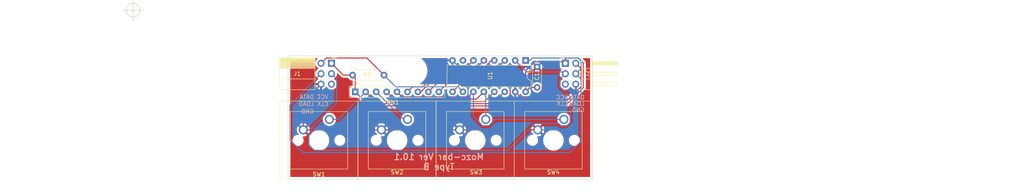
<source format=kicad_pcb>
(kicad_pcb (version 20171130) (host pcbnew 5.1.12)

  (general
    (thickness 1.6)
    (drawings 32)
    (tracks 126)
    (zones 0)
    (modules 11)
    (nets 15)
  )

  (page A4)
  (layers
    (0 F.Cu signal)
    (31 B.Cu signal)
    (32 B.Adhes user)
    (33 F.Adhes user)
    (34 B.Paste user)
    (35 F.Paste user)
    (36 B.SilkS user)
    (37 F.SilkS user)
    (38 B.Mask user)
    (39 F.Mask user)
    (40 Dwgs.User user)
    (41 Cmts.User user)
    (42 Eco1.User user)
    (43 Eco2.User user)
    (44 Edge.Cuts user)
    (45 Margin user)
    (46 B.CrtYd user)
    (47 F.CrtYd user)
    (48 B.Fab user)
    (49 F.Fab user)
  )

  (setup
    (last_trace_width 0.25)
    (user_trace_width 0.2)
    (trace_clearance 0.3)
    (zone_clearance 0.508)
    (zone_45_only no)
    (trace_min 0.2)
    (via_size 0.6)
    (via_drill 0.4)
    (via_min_size 0.4)
    (via_min_drill 0.3)
    (uvia_size 0.3)
    (uvia_drill 0.1)
    (uvias_allowed no)
    (uvia_min_size 0.2)
    (uvia_min_drill 0.1)
    (edge_width 0.15)
    (segment_width 0.2)
    (pcb_text_width 0.3)
    (pcb_text_size 1.5 1.5)
    (mod_edge_width 0.15)
    (mod_text_size 1 1)
    (mod_text_width 0.15)
    (pad_size 3.2 3.2)
    (pad_drill 3.2)
    (pad_to_mask_clearance 0)
    (solder_mask_min_width 0.25)
    (aux_axis_origin 33 54)
    (visible_elements 7FFFEFFF)
    (pcbplotparams
      (layerselection 0x010fc_ffffffff)
      (usegerberextensions true)
      (usegerberattributes false)
      (usegerberadvancedattributes false)
      (creategerberjobfile false)
      (excludeedgelayer true)
      (linewidth 0.100000)
      (plotframeref false)
      (viasonmask false)
      (mode 1)
      (useauxorigin false)
      (hpglpennumber 1)
      (hpglpenspeed 20)
      (hpglpendiameter 15.000000)
      (psnegative false)
      (psa4output false)
      (plotreference true)
      (plotvalue true)
      (plotinvisibletext false)
      (padsonsilk false)
      (subtractmaskfromsilk false)
      (outputformat 1)
      (mirror false)
      (drillshape 0)
      (scaleselection 1)
      (outputdirectory "gerber/"))
  )

  (net 0 "")
  (net 1 VCC)
  (net 2 GND)
  (net 3 SW1)
  (net 4 SW2)
  (net 5 SW3)
  (net 6 SW4)
  (net 7 SW5)
  (net 8 SW6)
  (net 9 SW7)
  (net 10 SW8)
  (net 11 /DATA_IN)
  (net 12 /DATA_OUT)
  (net 13 /CLK_IN)
  (net 14 /LOAD_IN)

  (net_class Default "これは標準のネット クラスです。"
    (clearance 0.3)
    (trace_width 0.25)
    (via_dia 0.6)
    (via_drill 0.4)
    (uvia_dia 0.3)
    (uvia_drill 0.1)
    (add_net /CLK_IN)
    (add_net /DATA_IN)
    (add_net /DATA_OUT)
    (add_net /LOAD_IN)
    (add_net SW1)
    (add_net SW2)
    (add_net SW3)
    (add_net SW4)
    (add_net SW5)
    (add_net SW6)
    (add_net SW7)
    (add_net SW8)
  )

  (net_class "power line" ""
    (clearance 0.3)
    (trace_width 0.25)
    (via_dia 0.6)
    (via_drill 0.4)
    (uvia_dia 0.3)
    (uvia_drill 0.1)
    (add_net GND)
    (add_net VCC)
  )

  (module Package_DIP:DIP-16_W7.62mm (layer F.Cu) (tedit 5A02E8C5) (tstamp 618C4ABA)
    (at 120.77 61.11 270)
    (descr "16-lead though-hole mounted DIP package, row spacing 7.62 mm (300 mils)")
    (tags "THT DIP DIL PDIP 2.54mm 7.62mm 300mil")
    (path /5FB03AD0)
    (fp_text reference U1 (at 3.683 8.636 90) (layer F.SilkS)
      (effects (font (size 1 1) (thickness 0.15)))
    )
    (fp_text value 74HC165 (at 3.81 20.11 90) (layer F.Fab)
      (effects (font (size 1 1) (thickness 0.15)))
    )
    (fp_line (start 8.7 -1.55) (end -1.1 -1.55) (layer F.CrtYd) (width 0.05))
    (fp_line (start 8.7 19.3) (end 8.7 -1.55) (layer F.CrtYd) (width 0.05))
    (fp_line (start -1.1 19.3) (end 8.7 19.3) (layer F.CrtYd) (width 0.05))
    (fp_line (start -1.1 -1.55) (end -1.1 19.3) (layer F.CrtYd) (width 0.05))
    (fp_line (start 6.46 -1.33) (end 4.81 -1.33) (layer F.SilkS) (width 0.12))
    (fp_line (start 6.46 19.11) (end 6.46 -1.33) (layer F.SilkS) (width 0.12))
    (fp_line (start 1.16 19.11) (end 6.46 19.11) (layer F.SilkS) (width 0.12))
    (fp_line (start 1.16 -1.33) (end 1.16 19.11) (layer F.SilkS) (width 0.12))
    (fp_line (start 2.81 -1.33) (end 1.16 -1.33) (layer F.SilkS) (width 0.12))
    (fp_line (start 0.635 -0.27) (end 1.635 -1.27) (layer F.Fab) (width 0.1))
    (fp_line (start 0.635 19.05) (end 0.635 -0.27) (layer F.Fab) (width 0.1))
    (fp_line (start 6.985 19.05) (end 0.635 19.05) (layer F.Fab) (width 0.1))
    (fp_line (start 6.985 -1.27) (end 6.985 19.05) (layer F.Fab) (width 0.1))
    (fp_line (start 1.635 -1.27) (end 6.985 -1.27) (layer F.Fab) (width 0.1))
    (fp_arc (start 3.81 -1.33) (end 2.81 -1.33) (angle -180) (layer F.SilkS) (width 0.12))
    (fp_text user %R (at 3.81 8.89 90) (layer F.Fab)
      (effects (font (size 1 1) (thickness 0.15)))
    )
    (pad 1 thru_hole rect (at 0 0 270) (size 1.6 1.6) (drill 0.8) (layers *.Cu *.Mask)
      (net 14 /LOAD_IN))
    (pad 9 thru_hole oval (at 7.62 17.78 270) (size 1.6 1.6) (drill 0.8) (layers *.Cu *.Mask)
      (net 12 /DATA_OUT))
    (pad 2 thru_hole oval (at 0 2.54 270) (size 1.6 1.6) (drill 0.8) (layers *.Cu *.Mask)
      (net 13 /CLK_IN))
    (pad 10 thru_hole oval (at 7.62 15.24 270) (size 1.6 1.6) (drill 0.8) (layers *.Cu *.Mask)
      (net 11 /DATA_IN))
    (pad 3 thru_hole oval (at 0 5.08 270) (size 1.6 1.6) (drill 0.8) (layers *.Cu *.Mask)
      (net 7 SW5))
    (pad 11 thru_hole oval (at 7.62 12.7 270) (size 1.6 1.6) (drill 0.8) (layers *.Cu *.Mask)
      (net 3 SW1))
    (pad 4 thru_hole oval (at 0 7.62 270) (size 1.6 1.6) (drill 0.8) (layers *.Cu *.Mask)
      (net 8 SW6))
    (pad 12 thru_hole oval (at 7.62 10.16 270) (size 1.6 1.6) (drill 0.8) (layers *.Cu *.Mask)
      (net 4 SW2))
    (pad 5 thru_hole oval (at 0 10.16 270) (size 1.6 1.6) (drill 0.8) (layers *.Cu *.Mask)
      (net 9 SW7))
    (pad 13 thru_hole oval (at 7.62 7.62 270) (size 1.6 1.6) (drill 0.8) (layers *.Cu *.Mask)
      (net 5 SW3))
    (pad 6 thru_hole oval (at 0 12.7 270) (size 1.6 1.6) (drill 0.8) (layers *.Cu *.Mask)
      (net 10 SW8))
    (pad 14 thru_hole oval (at 7.62 5.08 270) (size 1.6 1.6) (drill 0.8) (layers *.Cu *.Mask)
      (net 6 SW4))
    (pad 7 thru_hole oval (at 0 15.24 270) (size 1.6 1.6) (drill 0.8) (layers *.Cu *.Mask))
    (pad 15 thru_hole oval (at 7.62 2.54 270) (size 1.6 1.6) (drill 0.8) (layers *.Cu *.Mask)
      (net 2 GND))
    (pad 8 thru_hole oval (at 0 17.78 270) (size 1.6 1.6) (drill 0.8) (layers *.Cu *.Mask)
      (net 2 GND))
    (pad 16 thru_hole oval (at 7.62 0 270) (size 1.6 1.6) (drill 0.8) (layers *.Cu *.Mask)
      (net 1 VCC))
    (model ${KISYS3DMOD}/Package_DIP.3dshapes/DIP-16_W7.62mm.wrl
      (at (xyz 0 0 0))
      (scale (xyz 1 1 1))
      (rotate (xyz 0 0 0))
    )
  )

  (module Button_Switch_Keyboard:SW_Cherry_MX_1.00u_PCB (layer F.Cu) (tedit 5A02FE24) (tstamp 618C4A2E)
    (at 130.065 75.445)
    (descr "Cherry MX keyswitch, 1.00u, PCB mount, http://cherryamericas.com/wp-content/uploads/2014/12/mx_cat.pdf")
    (tags "Cherry MX keyswitch 1.00u PCB")
    (path /5FC02175)
    (fp_text reference SW4 (at -2.55 12.845) (layer F.SilkS)
      (effects (font (size 1 1) (thickness 0.15)))
    )
    (fp_text value SW_Push (at -2.54 12.954) (layer F.Fab)
      (effects (font (size 1 1) (thickness 0.15)))
    )
    (fp_line (start -9.525 12.065) (end -9.525 -1.905) (layer F.SilkS) (width 0.12))
    (fp_line (start 4.445 12.065) (end -9.525 12.065) (layer F.SilkS) (width 0.12))
    (fp_line (start 4.445 -1.905) (end 4.445 12.065) (layer F.SilkS) (width 0.12))
    (fp_line (start -9.525 -1.905) (end 4.445 -1.905) (layer F.SilkS) (width 0.12))
    (fp_line (start -12.065 14.605) (end -12.065 -4.445) (layer Dwgs.User) (width 0.15))
    (fp_line (start 6.985 14.605) (end -12.065 14.605) (layer Dwgs.User) (width 0.15))
    (fp_line (start 6.985 -4.445) (end 6.985 14.605) (layer Dwgs.User) (width 0.15))
    (fp_line (start -12.065 -4.445) (end 6.985 -4.445) (layer Dwgs.User) (width 0.15))
    (fp_line (start -9.14 -1.52) (end 4.06 -1.52) (layer F.CrtYd) (width 0.05))
    (fp_line (start 4.06 -1.52) (end 4.06 11.68) (layer F.CrtYd) (width 0.05))
    (fp_line (start 4.06 11.68) (end -9.14 11.68) (layer F.CrtYd) (width 0.05))
    (fp_line (start -9.14 11.68) (end -9.14 -1.52) (layer F.CrtYd) (width 0.05))
    (fp_line (start -8.89 11.43) (end -8.89 -1.27) (layer F.Fab) (width 0.1))
    (fp_line (start 3.81 11.43) (end -8.89 11.43) (layer F.Fab) (width 0.1))
    (fp_line (start 3.81 -1.27) (end 3.81 11.43) (layer F.Fab) (width 0.1))
    (fp_line (start -8.89 -1.27) (end 3.81 -1.27) (layer F.Fab) (width 0.1))
    (fp_text user %R (at -2.54 -2.794) (layer F.Fab)
      (effects (font (size 1 1) (thickness 0.15)))
    )
    (pad 1 thru_hole circle (at 0 0) (size 2.2 2.2) (drill 1.5) (layers *.Cu *.Mask)
      (net 3 SW1))
    (pad 2 thru_hole circle (at -6.35 2.54) (size 2.2 2.2) (drill 1.5) (layers *.Cu *.Mask)
      (net 2 GND))
    (pad "" np_thru_hole circle (at -2.54 5.08) (size 4 4) (drill 4) (layers *.Cu *.Mask))
    (pad "" np_thru_hole circle (at -7.62 5.08) (size 1.7 1.7) (drill 1.7) (layers *.Cu *.Mask))
    (pad "" np_thru_hole circle (at 2.54 5.08) (size 1.7 1.7) (drill 1.7) (layers *.Cu *.Mask))
    (model ${KISYS3DMOD}/Button_Switch_Keyboard.3dshapes/SW_Cherry_MX_1.00u_PCB.wrl
      (at (xyz 0 0 0))
      (scale (xyz 1 1 1))
      (rotate (xyz 0 0 0))
    )
  )

  (module Capacitor_THT:C_Disc_D4.3mm_W1.9mm_P5.00mm (layer F.Cu) (tedit 5AE50EF0) (tstamp 618C4860)
    (at 123.56 67.67 90)
    (descr "C, Disc series, Radial, pin pitch=5.00mm, , diameter*width=4.3*1.9mm^2, Capacitor, http://www.vishay.com/docs/45233/krseries.pdf")
    (tags "C Disc series Radial pin pitch 5.00mm  diameter 4.3mm width 1.9mm Capacitor")
    (path /5F9B0C77)
    (fp_text reference C1 (at 2.668 -0.038 90) (layer F.SilkS)
      (effects (font (size 1 1) (thickness 0.15)))
    )
    (fp_text value C (at 2.5 2.2 90) (layer F.Fab)
      (effects (font (size 1 1) (thickness 0.15)))
    )
    (fp_line (start 6.05 -1.2) (end -1.05 -1.2) (layer F.CrtYd) (width 0.05))
    (fp_line (start 6.05 1.2) (end 6.05 -1.2) (layer F.CrtYd) (width 0.05))
    (fp_line (start -1.05 1.2) (end 6.05 1.2) (layer F.CrtYd) (width 0.05))
    (fp_line (start -1.05 -1.2) (end -1.05 1.2) (layer F.CrtYd) (width 0.05))
    (fp_line (start 4.77 1.055) (end 4.77 1.07) (layer F.SilkS) (width 0.12))
    (fp_line (start 4.77 -1.07) (end 4.77 -1.055) (layer F.SilkS) (width 0.12))
    (fp_line (start 0.23 1.055) (end 0.23 1.07) (layer F.SilkS) (width 0.12))
    (fp_line (start 0.23 -1.07) (end 0.23 -1.055) (layer F.SilkS) (width 0.12))
    (fp_line (start 0.23 1.07) (end 4.77 1.07) (layer F.SilkS) (width 0.12))
    (fp_line (start 0.23 -1.07) (end 4.77 -1.07) (layer F.SilkS) (width 0.12))
    (fp_line (start 4.65 -0.95) (end 0.35 -0.95) (layer F.Fab) (width 0.1))
    (fp_line (start 4.65 0.95) (end 4.65 -0.95) (layer F.Fab) (width 0.1))
    (fp_line (start 0.35 0.95) (end 4.65 0.95) (layer F.Fab) (width 0.1))
    (fp_line (start 0.35 -0.95) (end 0.35 0.95) (layer F.Fab) (width 0.1))
    (fp_text user %R (at 2.5 0 90) (layer F.Fab)
      (effects (font (size 0.86 0.86) (thickness 0.129)))
    )
    (pad 1 thru_hole circle (at 0 0 90) (size 1.6 1.6) (drill 0.8) (layers *.Cu *.Mask)
      (net 1 VCC))
    (pad 2 thru_hole circle (at 5 0 90) (size 1.6 1.6) (drill 0.8) (layers *.Cu *.Mask)
      (net 2 GND))
    (model ${KISYS3DMOD}/Capacitor_THT.3dshapes/C_Disc_D4.3mm_W1.9mm_P5.00mm.wrl
      (at (xyz 0 0 0))
      (scale (xyz 1 1 1))
      (rotate (xyz 0 0 0))
    )
  )

  (module Resistor_THT:R_Axial_DIN0207_L6.3mm_D2.5mm_P7.62mm_Horizontal (layer F.Cu) (tedit 5AE5139B) (tstamp 618C497C)
    (at 86.32952 64.6684 180)
    (descr "Resistor, Axial_DIN0207 series, Axial, Horizontal, pin pitch=7.62mm, 0.25W = 1/4W, length*diameter=6.3*2.5mm^2, http://cdn-reichelt.de/documents/datenblatt/B400/1_4W%23YAG.pdf")
    (tags "Resistor Axial_DIN0207 series Axial Horizontal pin pitch 7.62mm 0.25W = 1/4W length 6.3mm diameter 2.5mm")
    (path /5FBC6DCE)
    (fp_text reference R1 (at 4.064 0 180) (layer F.SilkS)
      (effects (font (size 1 1) (thickness 0.15)))
    )
    (fp_text value 100k (at 3.81 2.37 180) (layer F.Fab)
      (effects (font (size 1 1) (thickness 0.15)))
    )
    (fp_line (start 8.67 -1.5) (end -1.05 -1.5) (layer F.CrtYd) (width 0.05))
    (fp_line (start 8.67 1.5) (end 8.67 -1.5) (layer F.CrtYd) (width 0.05))
    (fp_line (start -1.05 1.5) (end 8.67 1.5) (layer F.CrtYd) (width 0.05))
    (fp_line (start -1.05 -1.5) (end -1.05 1.5) (layer F.CrtYd) (width 0.05))
    (fp_line (start 7.08 1.37) (end 7.08 1.04) (layer F.SilkS) (width 0.12))
    (fp_line (start 0.54 1.37) (end 7.08 1.37) (layer F.SilkS) (width 0.12))
    (fp_line (start 0.54 1.04) (end 0.54 1.37) (layer F.SilkS) (width 0.12))
    (fp_line (start 7.08 -1.37) (end 7.08 -1.04) (layer F.SilkS) (width 0.12))
    (fp_line (start 0.54 -1.37) (end 7.08 -1.37) (layer F.SilkS) (width 0.12))
    (fp_line (start 0.54 -1.04) (end 0.54 -1.37) (layer F.SilkS) (width 0.12))
    (fp_line (start 7.62 0) (end 6.96 0) (layer F.Fab) (width 0.1))
    (fp_line (start 0 0) (end 0.66 0) (layer F.Fab) (width 0.1))
    (fp_line (start 6.96 -1.25) (end 0.66 -1.25) (layer F.Fab) (width 0.1))
    (fp_line (start 6.96 1.25) (end 6.96 -1.25) (layer F.Fab) (width 0.1))
    (fp_line (start 0.66 1.25) (end 6.96 1.25) (layer F.Fab) (width 0.1))
    (fp_line (start 0.66 -1.25) (end 0.66 1.25) (layer F.Fab) (width 0.1))
    (fp_text user %R (at 3.81 0 180) (layer F.Fab)
      (effects (font (size 1 1) (thickness 0.15)))
    )
    (pad 1 thru_hole circle (at 0 0 180) (size 1.6 1.6) (drill 0.8) (layers *.Cu *.Mask)
      (net 11 /DATA_IN))
    (pad 2 thru_hole oval (at 7.62 0 180) (size 1.6 1.6) (drill 0.8) (layers *.Cu *.Mask)
      (net 1 VCC))
    (model ${KISYS3DMOD}/Resistor_THT.3dshapes/R_Axial_DIN0207_L6.3mm_D2.5mm_P7.62mm_Horizontal.wrl
      (at (xyz 0 0 0))
      (scale (xyz 1 1 1))
      (rotate (xyz 0 0 0))
    )
  )

  (module Resistor_THT:R_Array_SIP9 (layer F.Cu) (tedit 5A14249F) (tstamp 618C49C6)
    (at 79.34706 68.7451)
    (descr "9-pin Resistor SIP pack")
    (tags R)
    (path /5FC139AE)
    (fp_text reference RN1 (at 9.144 2.54) (layer F.SilkS)
      (effects (font (size 1 1) (thickness 0.15)))
    )
    (fp_text value 100k (at 11.43 3.708) (layer F.Fab)
      (effects (font (size 1 1) (thickness 0.15)))
    )
    (fp_line (start 22.05 -1.65) (end -1.7 -1.65) (layer F.CrtYd) (width 0.05))
    (fp_line (start 22.05 1.65) (end 22.05 -1.65) (layer F.CrtYd) (width 0.05))
    (fp_line (start -1.7 1.65) (end 22.05 1.65) (layer F.CrtYd) (width 0.05))
    (fp_line (start -1.7 -1.65) (end -1.7 1.65) (layer F.CrtYd) (width 0.05))
    (fp_line (start 1.27 -1.4) (end 1.27 1.4) (layer F.SilkS) (width 0.12))
    (fp_line (start 21.76 -1.4) (end -1.44 -1.4) (layer F.SilkS) (width 0.12))
    (fp_line (start 21.76 1.4) (end 21.76 -1.4) (layer F.SilkS) (width 0.12))
    (fp_line (start -1.44 1.4) (end 21.76 1.4) (layer F.SilkS) (width 0.12))
    (fp_line (start -1.44 -1.4) (end -1.44 1.4) (layer F.SilkS) (width 0.12))
    (fp_line (start 1.27 -1.25) (end 1.27 1.25) (layer F.Fab) (width 0.1))
    (fp_line (start 21.61 -1.25) (end -1.29 -1.25) (layer F.Fab) (width 0.1))
    (fp_line (start 21.61 1.25) (end 21.61 -1.25) (layer F.Fab) (width 0.1))
    (fp_line (start -1.29 1.25) (end 21.61 1.25) (layer F.Fab) (width 0.1))
    (fp_line (start -1.29 -1.25) (end -1.29 1.25) (layer F.Fab) (width 0.1))
    (fp_text user %R (at 10.16 0) (layer F.Fab)
      (effects (font (size 1 1) (thickness 0.15)))
    )
    (pad 1 thru_hole rect (at 0 0) (size 1.6 1.6) (drill 0.8) (layers *.Cu *.Mask)
      (net 1 VCC))
    (pad 2 thru_hole oval (at 2.54 0) (size 1.6 1.6) (drill 0.8) (layers *.Cu *.Mask)
      (net 6 SW4))
    (pad 3 thru_hole oval (at 5.08 0) (size 1.6 1.6) (drill 0.8) (layers *.Cu *.Mask)
      (net 5 SW3))
    (pad 4 thru_hole oval (at 7.62 0) (size 1.6 1.6) (drill 0.8) (layers *.Cu *.Mask)
      (net 4 SW2))
    (pad 5 thru_hole oval (at 10.16 0) (size 1.6 1.6) (drill 0.8) (layers *.Cu *.Mask)
      (net 3 SW1))
    (pad 6 thru_hole oval (at 12.7 0) (size 1.6 1.6) (drill 0.8) (layers *.Cu *.Mask)
      (net 10 SW8))
    (pad 7 thru_hole oval (at 15.24 0) (size 1.6 1.6) (drill 0.8) (layers *.Cu *.Mask)
      (net 9 SW7))
    (pad 8 thru_hole oval (at 17.78 0) (size 1.6 1.6) (drill 0.8) (layers *.Cu *.Mask)
      (net 8 SW6))
    (pad 9 thru_hole oval (at 20.32 0) (size 1.6 1.6) (drill 0.8) (layers *.Cu *.Mask)
      (net 7 SW5))
    (model ${KISYS3DMOD}/Resistor_THT.3dshapes/R_Array_SIP9.wrl
      (at (xyz 0 0 0))
      (scale (xyz 1 1 1))
      (rotate (xyz 0 0 0))
    )
  )

  (module Button_Switch_Keyboard:SW_Cherry_MX_1.00u_PCB (layer F.Cu) (tedit 5A02FE24) (tstamp 618C49E0)
    (at 73.065 75.445)
    (descr "Cherry MX keyswitch, 1.00u, PCB mount, http://cherryamericas.com/wp-content/uploads/2014/12/mx_cat.pdf")
    (tags "Cherry MX keyswitch 1.00u PCB")
    (path /5FC00348)
    (fp_text reference SW1 (at -2.54 13.353) (layer F.SilkS)
      (effects (font (size 1 1) (thickness 0.15)))
    )
    (fp_text value SW_Push (at -2.54 12.954) (layer F.Fab)
      (effects (font (size 1 1) (thickness 0.15)))
    )
    (fp_line (start -8.89 -1.27) (end 3.81 -1.27) (layer F.Fab) (width 0.1))
    (fp_line (start 3.81 -1.27) (end 3.81 11.43) (layer F.Fab) (width 0.1))
    (fp_line (start 3.81 11.43) (end -8.89 11.43) (layer F.Fab) (width 0.1))
    (fp_line (start -8.89 11.43) (end -8.89 -1.27) (layer F.Fab) (width 0.1))
    (fp_line (start -9.14 11.68) (end -9.14 -1.52) (layer F.CrtYd) (width 0.05))
    (fp_line (start 4.06 11.68) (end -9.14 11.68) (layer F.CrtYd) (width 0.05))
    (fp_line (start 4.06 -1.52) (end 4.06 11.68) (layer F.CrtYd) (width 0.05))
    (fp_line (start -9.14 -1.52) (end 4.06 -1.52) (layer F.CrtYd) (width 0.05))
    (fp_line (start -12.065 -4.445) (end 6.985 -4.445) (layer Dwgs.User) (width 0.15))
    (fp_line (start 6.985 -4.445) (end 6.985 14.605) (layer Dwgs.User) (width 0.15))
    (fp_line (start 6.985 14.605) (end -12.065 14.605) (layer Dwgs.User) (width 0.15))
    (fp_line (start -12.065 14.605) (end -12.065 -4.445) (layer Dwgs.User) (width 0.15))
    (fp_line (start -9.525 -1.905) (end 4.445 -1.905) (layer F.SilkS) (width 0.12))
    (fp_line (start 4.445 -1.905) (end 4.445 12.065) (layer F.SilkS) (width 0.12))
    (fp_line (start 4.445 12.065) (end -9.525 12.065) (layer F.SilkS) (width 0.12))
    (fp_line (start -9.525 12.065) (end -9.525 -1.905) (layer F.SilkS) (width 0.12))
    (fp_text user %R (at -2.54 -2.794) (layer F.Fab)
      (effects (font (size 1 1) (thickness 0.15)))
    )
    (pad "" np_thru_hole circle (at 2.54 5.08) (size 1.7 1.7) (drill 1.7) (layers *.Cu *.Mask))
    (pad "" np_thru_hole circle (at -7.62 5.08) (size 1.7 1.7) (drill 1.7) (layers *.Cu *.Mask))
    (pad "" np_thru_hole circle (at -2.54 5.08) (size 4 4) (drill 4) (layers *.Cu *.Mask))
    (pad 2 thru_hole circle (at -6.35 2.54) (size 2.2 2.2) (drill 1.5) (layers *.Cu *.Mask)
      (net 2 GND))
    (pad 1 thru_hole circle (at 0 0) (size 2.2 2.2) (drill 1.5) (layers *.Cu *.Mask)
      (net 6 SW4))
    (model ${KISYS3DMOD}/Button_Switch_Keyboard.3dshapes/SW_Cherry_MX_1.00u_PCB.wrl
      (at (xyz 0 0 0))
      (scale (xyz 1 1 1))
      (rotate (xyz 0 0 0))
    )
  )

  (module Button_Switch_Keyboard:SW_Cherry_MX_1.00u_PCB (layer F.Cu) (tedit 5A02FE24) (tstamp 618C49FA)
    (at 92.065 75.445)
    (descr "Cherry MX keyswitch, 1.00u, PCB mount, http://cherryamericas.com/wp-content/uploads/2014/12/mx_cat.pdf")
    (tags "Cherry MX keyswitch 1.00u PCB")
    (path /5FC01AC9)
    (fp_text reference SW2 (at -2.54 12.845) (layer F.SilkS)
      (effects (font (size 1 1) (thickness 0.15)))
    )
    (fp_text value SW_Push (at -2.54 12.954) (layer F.Fab)
      (effects (font (size 1 1) (thickness 0.15)))
    )
    (fp_line (start -9.525 12.065) (end -9.525 -1.905) (layer F.SilkS) (width 0.12))
    (fp_line (start 4.445 12.065) (end -9.525 12.065) (layer F.SilkS) (width 0.12))
    (fp_line (start 4.445 -1.905) (end 4.445 12.065) (layer F.SilkS) (width 0.12))
    (fp_line (start -9.525 -1.905) (end 4.445 -1.905) (layer F.SilkS) (width 0.12))
    (fp_line (start -12.065 14.605) (end -12.065 -4.445) (layer Dwgs.User) (width 0.15))
    (fp_line (start 6.985 14.605) (end -12.065 14.605) (layer Dwgs.User) (width 0.15))
    (fp_line (start 6.985 -4.445) (end 6.985 14.605) (layer Dwgs.User) (width 0.15))
    (fp_line (start -12.065 -4.445) (end 6.985 -4.445) (layer Dwgs.User) (width 0.15))
    (fp_line (start -9.14 -1.52) (end 4.06 -1.52) (layer F.CrtYd) (width 0.05))
    (fp_line (start 4.06 -1.52) (end 4.06 11.68) (layer F.CrtYd) (width 0.05))
    (fp_line (start 4.06 11.68) (end -9.14 11.68) (layer F.CrtYd) (width 0.05))
    (fp_line (start -9.14 11.68) (end -9.14 -1.52) (layer F.CrtYd) (width 0.05))
    (fp_line (start -8.89 11.43) (end -8.89 -1.27) (layer F.Fab) (width 0.1))
    (fp_line (start 3.81 11.43) (end -8.89 11.43) (layer F.Fab) (width 0.1))
    (fp_line (start 3.81 -1.27) (end 3.81 11.43) (layer F.Fab) (width 0.1))
    (fp_line (start -8.89 -1.27) (end 3.81 -1.27) (layer F.Fab) (width 0.1))
    (fp_text user %R (at -2.54 -2.794) (layer F.Fab)
      (effects (font (size 1 1) (thickness 0.15)))
    )
    (pad 1 thru_hole circle (at 0 0) (size 2.2 2.2) (drill 1.5) (layers *.Cu *.Mask)
      (net 5 SW3))
    (pad 2 thru_hole circle (at -6.35 2.54) (size 2.2 2.2) (drill 1.5) (layers *.Cu *.Mask)
      (net 2 GND))
    (pad "" np_thru_hole circle (at -2.54 5.08) (size 4 4) (drill 4) (layers *.Cu *.Mask))
    (pad "" np_thru_hole circle (at -7.62 5.08) (size 1.7 1.7) (drill 1.7) (layers *.Cu *.Mask))
    (pad "" np_thru_hole circle (at 2.54 5.08) (size 1.7 1.7) (drill 1.7) (layers *.Cu *.Mask))
    (model ${KISYS3DMOD}/Button_Switch_Keyboard.3dshapes/SW_Cherry_MX_1.00u_PCB.wrl
      (at (xyz 0 0 0))
      (scale (xyz 1 1 1))
      (rotate (xyz 0 0 0))
    )
  )

  (module Button_Switch_Keyboard:SW_Cherry_MX_1.00u_PCB (layer F.Cu) (tedit 5A02FE24) (tstamp 618C4A14)
    (at 111.065 75.445)
    (descr "Cherry MX keyswitch, 1.00u, PCB mount, http://cherryamericas.com/wp-content/uploads/2014/12/mx_cat.pdf")
    (tags "Cherry MX keyswitch 1.00u PCB")
    (path /5FC01D44)
    (fp_text reference SW3 (at -2.346 12.845) (layer F.SilkS)
      (effects (font (size 1 1) (thickness 0.15)))
    )
    (fp_text value SW_Push (at -2.54 12.954) (layer F.Fab)
      (effects (font (size 1 1) (thickness 0.15)))
    )
    (fp_line (start -8.89 -1.27) (end 3.81 -1.27) (layer F.Fab) (width 0.1))
    (fp_line (start 3.81 -1.27) (end 3.81 11.43) (layer F.Fab) (width 0.1))
    (fp_line (start 3.81 11.43) (end -8.89 11.43) (layer F.Fab) (width 0.1))
    (fp_line (start -8.89 11.43) (end -8.89 -1.27) (layer F.Fab) (width 0.1))
    (fp_line (start -9.14 11.68) (end -9.14 -1.52) (layer F.CrtYd) (width 0.05))
    (fp_line (start 4.06 11.68) (end -9.14 11.68) (layer F.CrtYd) (width 0.05))
    (fp_line (start 4.06 -1.52) (end 4.06 11.68) (layer F.CrtYd) (width 0.05))
    (fp_line (start -9.14 -1.52) (end 4.06 -1.52) (layer F.CrtYd) (width 0.05))
    (fp_line (start -12.065 -4.445) (end 6.985 -4.445) (layer Dwgs.User) (width 0.15))
    (fp_line (start 6.985 -4.445) (end 6.985 14.605) (layer Dwgs.User) (width 0.15))
    (fp_line (start 6.985 14.605) (end -12.065 14.605) (layer Dwgs.User) (width 0.15))
    (fp_line (start -12.065 14.605) (end -12.065 -4.445) (layer Dwgs.User) (width 0.15))
    (fp_line (start -9.525 -1.905) (end 4.445 -1.905) (layer F.SilkS) (width 0.12))
    (fp_line (start 4.445 -1.905) (end 4.445 12.065) (layer F.SilkS) (width 0.12))
    (fp_line (start 4.445 12.065) (end -9.525 12.065) (layer F.SilkS) (width 0.12))
    (fp_line (start -9.525 12.065) (end -9.525 -1.905) (layer F.SilkS) (width 0.12))
    (fp_text user %R (at -2.54 -2.794) (layer F.Fab)
      (effects (font (size 1 1) (thickness 0.15)))
    )
    (pad "" np_thru_hole circle (at 2.54 5.08) (size 1.7 1.7) (drill 1.7) (layers *.Cu *.Mask))
    (pad "" np_thru_hole circle (at -7.62 5.08) (size 1.7 1.7) (drill 1.7) (layers *.Cu *.Mask))
    (pad "" np_thru_hole circle (at -2.54 5.08) (size 4 4) (drill 4) (layers *.Cu *.Mask))
    (pad 2 thru_hole circle (at -6.35 2.54) (size 2.2 2.2) (drill 1.5) (layers *.Cu *.Mask)
      (net 2 GND))
    (pad 1 thru_hole circle (at 0 0) (size 2.2 2.2) (drill 1.5) (layers *.Cu *.Mask)
      (net 4 SW2))
    (model ${KISYS3DMOD}/Button_Switch_Keyboard.3dshapes/SW_Cherry_MX_1.00u_PCB.wrl
      (at (xyz 0 0 0))
      (scale (xyz 1 1 1))
      (rotate (xyz 0 0 0))
    )
  )

  (module Connector_PinSocket_2.54mm:PinSocket_2x03_P2.54mm_Horizontal (layer F.Cu) (tedit 5A19A431) (tstamp 62CDF02A)
    (at 73.57 61.8)
    (descr "Through hole angled socket strip, 2x03, 2.54mm pitch, 8.51mm socket length, double cols (from Kicad 4.0.7), script generated")
    (tags "Through hole angled socket strip THT 2x03 2.54mm double row")
    (path /5FD9930E)
    (fp_text reference J1 (at -8.31 2.54) (layer F.SilkS)
      (effects (font (size 1 1) (thickness 0.15)))
    )
    (fp_text value Conn_01x06_Female (at -5.65 7.85) (layer F.Fab)
      (effects (font (size 1 1) (thickness 0.15)))
    )
    (fp_line (start -12.57 -1.27) (end -5.03 -1.27) (layer F.Fab) (width 0.1))
    (fp_line (start -5.03 -1.27) (end -4.06 -0.3) (layer F.Fab) (width 0.1))
    (fp_line (start -4.06 -0.3) (end -4.06 6.35) (layer F.Fab) (width 0.1))
    (fp_line (start -4.06 6.35) (end -12.57 6.35) (layer F.Fab) (width 0.1))
    (fp_line (start -12.57 6.35) (end -12.57 -1.27) (layer F.Fab) (width 0.1))
    (fp_line (start 0 -0.3) (end -4.06 -0.3) (layer F.Fab) (width 0.1))
    (fp_line (start -4.06 0.3) (end 0 0.3) (layer F.Fab) (width 0.1))
    (fp_line (start 0 0.3) (end 0 -0.3) (layer F.Fab) (width 0.1))
    (fp_line (start 0 2.24) (end -4.06 2.24) (layer F.Fab) (width 0.1))
    (fp_line (start -4.06 2.84) (end 0 2.84) (layer F.Fab) (width 0.1))
    (fp_line (start 0 2.84) (end 0 2.24) (layer F.Fab) (width 0.1))
    (fp_line (start 0 4.78) (end -4.06 4.78) (layer F.Fab) (width 0.1))
    (fp_line (start -4.06 5.38) (end 0 5.38) (layer F.Fab) (width 0.1))
    (fp_line (start 0 5.38) (end 0 4.78) (layer F.Fab) (width 0.1))
    (fp_line (start -12.63 -1.21) (end -4 -1.21) (layer F.SilkS) (width 0.12))
    (fp_line (start -12.63 -1.091905) (end -4 -1.091905) (layer F.SilkS) (width 0.12))
    (fp_line (start -12.63 -0.97381) (end -4 -0.97381) (layer F.SilkS) (width 0.12))
    (fp_line (start -12.63 -0.855715) (end -4 -0.855715) (layer F.SilkS) (width 0.12))
    (fp_line (start -12.63 -0.73762) (end -4 -0.73762) (layer F.SilkS) (width 0.12))
    (fp_line (start -12.63 -0.619525) (end -4 -0.619525) (layer F.SilkS) (width 0.12))
    (fp_line (start -12.63 -0.50143) (end -4 -0.50143) (layer F.SilkS) (width 0.12))
    (fp_line (start -12.63 -0.383335) (end -4 -0.383335) (layer F.SilkS) (width 0.12))
    (fp_line (start -12.63 -0.26524) (end -4 -0.26524) (layer F.SilkS) (width 0.12))
    (fp_line (start -12.63 -0.147145) (end -4 -0.147145) (layer F.SilkS) (width 0.12))
    (fp_line (start -12.63 -0.02905) (end -4 -0.02905) (layer F.SilkS) (width 0.12))
    (fp_line (start -12.63 0.089045) (end -4 0.089045) (layer F.SilkS) (width 0.12))
    (fp_line (start -12.63 0.20714) (end -4 0.20714) (layer F.SilkS) (width 0.12))
    (fp_line (start -12.63 0.325235) (end -4 0.325235) (layer F.SilkS) (width 0.12))
    (fp_line (start -12.63 0.44333) (end -4 0.44333) (layer F.SilkS) (width 0.12))
    (fp_line (start -12.63 0.561425) (end -4 0.561425) (layer F.SilkS) (width 0.12))
    (fp_line (start -12.63 0.67952) (end -4 0.67952) (layer F.SilkS) (width 0.12))
    (fp_line (start -12.63 0.797615) (end -4 0.797615) (layer F.SilkS) (width 0.12))
    (fp_line (start -12.63 0.91571) (end -4 0.91571) (layer F.SilkS) (width 0.12))
    (fp_line (start -12.63 1.033805) (end -4 1.033805) (layer F.SilkS) (width 0.12))
    (fp_line (start -12.63 1.1519) (end -4 1.1519) (layer F.SilkS) (width 0.12))
    (fp_line (start -4 -0.36) (end -3.59 -0.36) (layer F.SilkS) (width 0.12))
    (fp_line (start -1.49 -0.36) (end -1.11 -0.36) (layer F.SilkS) (width 0.12))
    (fp_line (start -4 0.36) (end -3.59 0.36) (layer F.SilkS) (width 0.12))
    (fp_line (start -1.49 0.36) (end -1.11 0.36) (layer F.SilkS) (width 0.12))
    (fp_line (start -4 2.18) (end -3.59 2.18) (layer F.SilkS) (width 0.12))
    (fp_line (start -1.49 2.18) (end -1.05 2.18) (layer F.SilkS) (width 0.12))
    (fp_line (start -4 2.9) (end -3.59 2.9) (layer F.SilkS) (width 0.12))
    (fp_line (start -1.49 2.9) (end -1.05 2.9) (layer F.SilkS) (width 0.12))
    (fp_line (start -4 4.72) (end -3.59 4.72) (layer F.SilkS) (width 0.12))
    (fp_line (start -1.49 4.72) (end -1.05 4.72) (layer F.SilkS) (width 0.12))
    (fp_line (start -4 5.44) (end -3.59 5.44) (layer F.SilkS) (width 0.12))
    (fp_line (start -1.49 5.44) (end -1.05 5.44) (layer F.SilkS) (width 0.12))
    (fp_line (start -12.63 1.27) (end -4 1.27) (layer F.SilkS) (width 0.12))
    (fp_line (start -12.63 3.81) (end -4 3.81) (layer F.SilkS) (width 0.12))
    (fp_line (start -12.63 -1.33) (end -4 -1.33) (layer F.SilkS) (width 0.12))
    (fp_line (start -4 -1.33) (end -4 6.41) (layer F.SilkS) (width 0.12))
    (fp_line (start -12.63 6.41) (end -4 6.41) (layer F.SilkS) (width 0.12))
    (fp_line (start -12.63 -1.33) (end -12.63 6.41) (layer F.SilkS) (width 0.12))
    (fp_line (start 1.11 -1.33) (end 1.11 0) (layer F.SilkS) (width 0.12))
    (fp_line (start 0 -1.33) (end 1.11 -1.33) (layer F.SilkS) (width 0.12))
    (fp_line (start 1.8 -1.8) (end -13.05 -1.8) (layer F.CrtYd) (width 0.05))
    (fp_line (start -13.05 -1.8) (end -13.05 6.85) (layer F.CrtYd) (width 0.05))
    (fp_line (start -13.05 6.85) (end 1.8 6.85) (layer F.CrtYd) (width 0.05))
    (fp_line (start 1.8 6.85) (end 1.8 -1.8) (layer F.CrtYd) (width 0.05))
    (fp_text user %R (at -8.315 2.54) (layer F.Fab)
      (effects (font (size 1 1) (thickness 0.15)))
    )
    (pad 1 thru_hole rect (at 0 0) (size 1.7 1.7) (drill 1) (layers *.Cu *.Mask)
      (net 1 VCC))
    (pad 2 thru_hole oval (at -2.54 0) (size 1.7 1.7) (drill 1) (layers *.Cu *.Mask)
      (net 11 /DATA_IN))
    (pad 3 thru_hole oval (at 0 2.54) (size 1.7 1.7) (drill 1) (layers *.Cu *.Mask)
      (net 13 /CLK_IN))
    (pad 4 thru_hole oval (at -2.54 2.54) (size 1.7 1.7) (drill 1) (layers *.Cu *.Mask)
      (net 14 /LOAD_IN))
    (pad 5 thru_hole oval (at 0 5.08) (size 1.7 1.7) (drill 1) (layers *.Cu *.Mask))
    (pad 6 thru_hole oval (at -2.54 5.08) (size 1.7 1.7) (drill 1) (layers *.Cu *.Mask)
      (net 2 GND))
    (model ${KISYS3DMOD}/Connector_PinSocket_2.54mm.3dshapes/PinSocket_2x03_P2.54mm_Horizontal.wrl
      (at (xyz 0 0 0))
      (scale (xyz 1 1 1))
      (rotate (xyz 0 0 0))
    )
  )

  (module Connector_PinHeader_2.54mm:PinHeader_2x03_P2.54mm_Horizontal (layer F.Cu) (tedit 59FED5CB) (tstamp 62CDF06F)
    (at 130.419999 61.8)
    (descr "Through hole angled pin header, 2x03, 2.54mm pitch, 6mm pin length, double rows")
    (tags "Through hole angled pin header THT 2x03 2.54mm double row")
    (path /5FD981C4)
    (fp_text reference J2 (at 5.26 2.54 90) (layer F.SilkS)
      (effects (font (size 1 1) (thickness 0.15)))
    )
    (fp_text value Conn_01x06_Male (at 5.655 7.35) (layer F.Fab)
      (effects (font (size 1 1) (thickness 0.15)))
    )
    (fp_line (start 4.675 -1.27) (end 6.58 -1.27) (layer F.Fab) (width 0.1))
    (fp_line (start 6.58 -1.27) (end 6.58 6.35) (layer F.Fab) (width 0.1))
    (fp_line (start 6.58 6.35) (end 4.04 6.35) (layer F.Fab) (width 0.1))
    (fp_line (start 4.04 6.35) (end 4.04 -0.635) (layer F.Fab) (width 0.1))
    (fp_line (start 4.04 -0.635) (end 4.675 -1.27) (layer F.Fab) (width 0.1))
    (fp_line (start -0.32 -0.32) (end 4.04 -0.32) (layer F.Fab) (width 0.1))
    (fp_line (start -0.32 -0.32) (end -0.32 0.32) (layer F.Fab) (width 0.1))
    (fp_line (start -0.32 0.32) (end 4.04 0.32) (layer F.Fab) (width 0.1))
    (fp_line (start 6.58 -0.32) (end 12.58 -0.32) (layer F.Fab) (width 0.1))
    (fp_line (start 12.58 -0.32) (end 12.58 0.32) (layer F.Fab) (width 0.1))
    (fp_line (start 6.58 0.32) (end 12.58 0.32) (layer F.Fab) (width 0.1))
    (fp_line (start -0.32 2.22) (end 4.04 2.22) (layer F.Fab) (width 0.1))
    (fp_line (start -0.32 2.22) (end -0.32 2.86) (layer F.Fab) (width 0.1))
    (fp_line (start -0.32 2.86) (end 4.04 2.86) (layer F.Fab) (width 0.1))
    (fp_line (start 6.58 2.22) (end 12.58 2.22) (layer F.Fab) (width 0.1))
    (fp_line (start 12.58 2.22) (end 12.58 2.86) (layer F.Fab) (width 0.1))
    (fp_line (start 6.58 2.86) (end 12.58 2.86) (layer F.Fab) (width 0.1))
    (fp_line (start -0.32 4.76) (end 4.04 4.76) (layer F.Fab) (width 0.1))
    (fp_line (start -0.32 4.76) (end -0.32 5.4) (layer F.Fab) (width 0.1))
    (fp_line (start -0.32 5.4) (end 4.04 5.4) (layer F.Fab) (width 0.1))
    (fp_line (start 6.58 4.76) (end 12.58 4.76) (layer F.Fab) (width 0.1))
    (fp_line (start 12.58 4.76) (end 12.58 5.4) (layer F.Fab) (width 0.1))
    (fp_line (start 6.58 5.4) (end 12.58 5.4) (layer F.Fab) (width 0.1))
    (fp_line (start 3.98 -1.33) (end 3.98 6.41) (layer F.SilkS) (width 0.12))
    (fp_line (start 3.98 6.41) (end 6.64 6.41) (layer F.SilkS) (width 0.12))
    (fp_line (start 6.64 6.41) (end 6.64 -1.33) (layer F.SilkS) (width 0.12))
    (fp_line (start 6.64 -1.33) (end 3.98 -1.33) (layer F.SilkS) (width 0.12))
    (fp_line (start 6.64 -0.38) (end 12.64 -0.38) (layer F.SilkS) (width 0.12))
    (fp_line (start 12.64 -0.38) (end 12.64 0.38) (layer F.SilkS) (width 0.12))
    (fp_line (start 12.64 0.38) (end 6.64 0.38) (layer F.SilkS) (width 0.12))
    (fp_line (start 6.64 -0.32) (end 12.64 -0.32) (layer F.SilkS) (width 0.12))
    (fp_line (start 6.64 -0.2) (end 12.64 -0.2) (layer F.SilkS) (width 0.12))
    (fp_line (start 6.64 -0.08) (end 12.64 -0.08) (layer F.SilkS) (width 0.12))
    (fp_line (start 6.64 0.04) (end 12.64 0.04) (layer F.SilkS) (width 0.12))
    (fp_line (start 6.64 0.16) (end 12.64 0.16) (layer F.SilkS) (width 0.12))
    (fp_line (start 6.64 0.28) (end 12.64 0.28) (layer F.SilkS) (width 0.12))
    (fp_line (start 3.582929 -0.38) (end 3.98 -0.38) (layer F.SilkS) (width 0.12))
    (fp_line (start 3.582929 0.38) (end 3.98 0.38) (layer F.SilkS) (width 0.12))
    (fp_line (start 1.11 -0.38) (end 1.497071 -0.38) (layer F.SilkS) (width 0.12))
    (fp_line (start 1.11 0.38) (end 1.497071 0.38) (layer F.SilkS) (width 0.12))
    (fp_line (start 3.98 1.27) (end 6.64 1.27) (layer F.SilkS) (width 0.12))
    (fp_line (start 6.64 2.16) (end 12.64 2.16) (layer F.SilkS) (width 0.12))
    (fp_line (start 12.64 2.16) (end 12.64 2.92) (layer F.SilkS) (width 0.12))
    (fp_line (start 12.64 2.92) (end 6.64 2.92) (layer F.SilkS) (width 0.12))
    (fp_line (start 3.582929 2.16) (end 3.98 2.16) (layer F.SilkS) (width 0.12))
    (fp_line (start 3.582929 2.92) (end 3.98 2.92) (layer F.SilkS) (width 0.12))
    (fp_line (start 1.042929 2.16) (end 1.497071 2.16) (layer F.SilkS) (width 0.12))
    (fp_line (start 1.042929 2.92) (end 1.497071 2.92) (layer F.SilkS) (width 0.12))
    (fp_line (start 3.98 3.81) (end 6.64 3.81) (layer F.SilkS) (width 0.12))
    (fp_line (start 6.64 4.7) (end 12.64 4.7) (layer F.SilkS) (width 0.12))
    (fp_line (start 12.64 4.7) (end 12.64 5.46) (layer F.SilkS) (width 0.12))
    (fp_line (start 12.64 5.46) (end 6.64 5.46) (layer F.SilkS) (width 0.12))
    (fp_line (start 3.582929 4.7) (end 3.98 4.7) (layer F.SilkS) (width 0.12))
    (fp_line (start 3.582929 5.46) (end 3.98 5.46) (layer F.SilkS) (width 0.12))
    (fp_line (start 1.042929 4.7) (end 1.497071 4.7) (layer F.SilkS) (width 0.12))
    (fp_line (start 1.042929 5.46) (end 1.497071 5.46) (layer F.SilkS) (width 0.12))
    (fp_line (start -1.27 0) (end -1.27 -1.27) (layer F.SilkS) (width 0.12))
    (fp_line (start -1.27 -1.27) (end 0 -1.27) (layer F.SilkS) (width 0.12))
    (fp_line (start -1.8 -1.8) (end -1.8 6.85) (layer F.CrtYd) (width 0.05))
    (fp_line (start -1.8 6.85) (end 13.1 6.85) (layer F.CrtYd) (width 0.05))
    (fp_line (start 13.1 6.85) (end 13.1 -1.8) (layer F.CrtYd) (width 0.05))
    (fp_line (start 13.1 -1.8) (end -1.8 -1.8) (layer F.CrtYd) (width 0.05))
    (fp_text user %R (at 5.31 2.54 90) (layer F.Fab)
      (effects (font (size 1 1) (thickness 0.15)))
    )
    (pad 1 thru_hole rect (at 0 0) (size 1.7 1.7) (drill 1) (layers *.Cu *.Mask)
      (net 1 VCC))
    (pad 2 thru_hole oval (at 2.54 0) (size 1.7 1.7) (drill 1) (layers *.Cu *.Mask)
      (net 12 /DATA_OUT))
    (pad 3 thru_hole oval (at 0 2.54) (size 1.7 1.7) (drill 1) (layers *.Cu *.Mask)
      (net 13 /CLK_IN))
    (pad 4 thru_hole oval (at 2.54 2.54) (size 1.7 1.7) (drill 1) (layers *.Cu *.Mask)
      (net 14 /LOAD_IN))
    (pad 5 thru_hole oval (at 0 5.08) (size 1.7 1.7) (drill 1) (layers *.Cu *.Mask))
    (pad 6 thru_hole oval (at 2.54 5.08) (size 1.7 1.7) (drill 1) (layers *.Cu *.Mask)
      (net 2 GND))
    (model ${KISYS3DMOD}/Connector_PinHeader_2.54mm.3dshapes/PinHeader_2x03_P2.54mm_Horizontal.wrl
      (at (xyz 0 0 0))
      (scale (xyz 1 1 1))
      (rotate (xyz 0 0 0))
    )
  )

  (module MountingHole:MountingHole_3.2mm_M3 (layer F.Cu) (tedit 62CEDF7C) (tstamp 62DB63B0)
    (at 93.3 63.6)
    (descr "Mounting Hole 3.2mm, no annular, M3")
    (tags "mounting hole 3.2mm no annular m3")
    (path /618CEE47)
    (attr virtual)
    (fp_text reference H1 (at 0 -4.2) (layer F.SilkS) hide
      (effects (font (size 1 1) (thickness 0.15)))
    )
    (fp_text value MountingHole (at 0 4.2) (layer F.Fab)
      (effects (font (size 1 1) (thickness 0.15)))
    )
    (fp_circle (center 0 0) (end 3.45 0) (layer F.CrtYd) (width 0.05))
    (fp_circle (center 0 0) (end 3.2 0) (layer Cmts.User) (width 0.15))
    (fp_text user %R (at 0.3 0) (layer F.Fab)
      (effects (font (size 1 1) (thickness 0.15)))
    )
    (pad "" np_thru_hole circle (at 0 0) (size 3.2 3.2) (drill 3.2) (layers *.Cu *.Mask)
      (clearance 2))
  )

  (gr_line (start 118 90) (end 118 71) (layer F.SilkS) (width 0.1))
  (gr_line (start 137 90) (end 118 90) (layer F.SilkS) (width 0.1))
  (gr_line (start 137 71) (end 137 90) (layer F.SilkS) (width 0.1))
  (gr_line (start 118 71) (end 137 71) (layer F.SilkS) (width 0.1))
  (gr_line (start 99 90) (end 99 71) (layer F.SilkS) (width 0.1))
  (gr_line (start 118 90) (end 99 90) (layer F.SilkS) (width 0.1))
  (gr_line (start 118 71) (end 118 90) (layer F.SilkS) (width 0.1))
  (gr_line (start 99 71) (end 118 71) (layer F.SilkS) (width 0.1))
  (gr_line (start 80 90) (end 80 71) (layer F.SilkS) (width 0.1))
  (gr_line (start 99 90) (end 80 90) (layer F.SilkS) (width 0.1))
  (gr_line (start 99 71) (end 99 90) (layer F.SilkS) (width 0.1))
  (gr_line (start 80 71) (end 99 71) (layer F.SilkS) (width 0.1))
  (gr_line (start 61 90) (end 61 71) (layer F.SilkS) (width 0.1))
  (gr_line (start 80 90) (end 61 90) (layer F.SilkS) (width 0.1))
  (gr_line (start 80 71) (end 80 90) (layer F.SilkS) (width 0.1))
  (gr_line (start 61 71) (end 80 71) (layer F.SilkS) (width 0.1))
  (gr_line (start 63 90) (end 63 60) (layer Edge.Cuts) (width 0.1))
  (gr_line (start 137 90) (end 63 90) (layer Edge.Cuts) (width 0.1))
  (gr_line (start 137 60) (end 137 90) (layer Edge.Cuts) (width 0.1))
  (gr_line (start 63 60) (end 137 60) (layer Edge.Cuts) (width 0.1))
  (target plus (at 25.38 48.92) (size 5) (width 0.15) (layer Edge.Cuts))
  (gr_text LOAD (at 135.181 71.604) (layer B.SilkS) (tstamp 618BE9D8)
    (effects (font (size 1 1) (thickness 0.15)) (justify left mirror))
  )
  (gr_text DATA (at 135.181 70.08) (layer B.SilkS) (tstamp 618BE9D7)
    (effects (font (size 1 1) (thickness 0.15)) (justify left mirror))
  )
  (gr_text GND (at 135.181 73.128) (layer B.SilkS) (tstamp 618BE9D6)
    (effects (font (size 1 1) (thickness 0.15)) (justify left mirror))
  )
  (gr_text CLK (at 131.117 71.604) (layer B.SilkS) (tstamp 618BE9D5)
    (effects (font (size 1 1) (thickness 0.15)) (justify left mirror))
  )
  (gr_text VCC (at 131.117 70.08) (layer B.SilkS) (tstamp 618BE9D4)
    (effects (font (size 1 1) (thickness 0.15)) (justify left mirror))
  )
  (gr_text GND (at 69.337 73.526) (layer B.SilkS)
    (effects (font (size 1 1) (thickness 0.15)) (justify left mirror))
  )
  (gr_text LOAD (at 69.412577 71.682495) (layer B.SilkS)
    (effects (font (size 1 1) (thickness 0.15)) (justify left mirror))
  )
  (gr_text CLK (at 72.893 71.682495) (layer B.SilkS)
    (effects (font (size 1 1) (thickness 0.15)) (justify left mirror))
  )
  (gr_text DATA (at 69.412577 69.97) (layer B.SilkS)
    (effects (font (size 1 1) (thickness 0.15)) (justify left mirror))
  )
  (gr_text VCC (at 72.893 69.97) (layer B.SilkS)
    (effects (font (size 1 1) (thickness 0.15)) (justify left mirror))
  )
  (gr_text "Mozc-bar Ver 10.1\nType B" (at 99.675 85.75) (layer B.SilkS)
    (effects (font (size 1.5 1.5) (thickness 0.3)) (justify mirror))
  )

  (segment (start 79.34706 65.30594) (end 78.70952 64.6684) (width 0.25) (layer F.Cu) (net 1) (status 30))
  (segment (start 79.34706 68.7451) (end 79.34706 65.30594) (width 0.25) (layer F.Cu) (net 1) (status 30))
  (segment (start 121.83 67.67) (end 120.77 68.73) (width 0.25) (layer F.Cu) (net 1) (status 20))
  (segment (start 123.56 67.67) (end 121.83 67.67) (width 0.25) (layer F.Cu) (net 1) (status 10))
  (segment (start 76.4384 64.6684) (end 73.57 61.8) (width 0.25) (layer F.Cu) (net 1))
  (segment (start 78.70952 64.6684) (end 76.4384 64.6684) (width 0.25) (layer F.Cu) (net 1))
  (segment (start 130.064998 61.444999) (end 130.419999 61.8) (width 0.25) (layer F.Cu) (net 1))
  (segment (start 122.971999 61.444999) (end 130.064998 61.444999) (width 0.25) (layer F.Cu) (net 1))
  (segment (start 120.77 63.646998) (end 122.971999 61.444999) (width 0.25) (layer F.Cu) (net 1))
  (segment (start 120.77 68.73) (end 120.77 63.646998) (width 0.25) (layer F.Cu) (net 1))
  (segment (start 82.772101 72.170141) (end 79.34706 68.7451) (width 0.25) (layer F.Cu) (net 1))
  (segment (start 134.78501 67.719822) (end 130.334691 72.170141) (width 0.25) (layer F.Cu) (net 1))
  (segment (start 130.334691 72.170141) (end 82.772101 72.170141) (width 0.25) (layer F.Cu) (net 1))
  (segment (start 134.78501 61.738009) (end 134.78501 67.719822) (width 0.25) (layer F.Cu) (net 1))
  (segment (start 133.572 60.524999) (end 134.78501 61.738009) (width 0.25) (layer F.Cu) (net 1))
  (segment (start 130.595 60.524999) (end 133.572 60.524999) (width 0.25) (layer F.Cu) (net 1))
  (segment (start 130.419999 60.7) (end 130.595 60.524999) (width 0.25) (layer F.Cu) (net 1))
  (segment (start 130.419999 61.8) (end 130.419999 60.7) (width 0.25) (layer F.Cu) (net 1))
  (segment (start 119.455001 69.955001) (end 118.23 68.73) (width 0.25) (layer F.Cu) (net 2) (status 20))
  (segment (start 124.785001 68.258001) (end 123.088001 69.955001) (width 0.25) (layer F.Cu) (net 2))
  (segment (start 124.785001 63.895001) (end 124.785001 68.258001) (width 0.25) (layer F.Cu) (net 2))
  (segment (start 123.088001 69.955001) (end 119.455001 69.955001) (width 0.25) (layer F.Cu) (net 2))
  (segment (start 123.56 62.67) (end 124.785001 63.895001) (width 0.25) (layer F.Cu) (net 2) (status 10))
  (segment (start 106.755001 64.875001) (end 102.99 61.11) (width 0.25) (layer B.Cu) (net 2))
  (segment (start 106.755001 75.944999) (end 106.755001 64.875001) (width 0.25) (layer B.Cu) (net 2))
  (segment (start 104.715 77.985) (end 106.755001 75.944999) (width 0.25) (layer B.Cu) (net 2))
  (segment (start 85.715 77.985) (end 66.715 77.985) (width 0.25) (layer F.Cu) (net 2))
  (segment (start 66.715 71.195) (end 71.03 66.88) (width 0.25) (layer F.Cu) (net 2))
  (segment (start 66.715 77.985) (end 66.715 71.195) (width 0.25) (layer F.Cu) (net 2))
  (segment (start 130.559833 77.985) (end 123.715 77.985) (width 0.25) (layer B.Cu) (net 2))
  (segment (start 132.959999 75.584834) (end 130.559833 77.985) (width 0.25) (layer B.Cu) (net 2))
  (segment (start 132.959999 66.88) (end 132.959999 75.584834) (width 0.25) (layer B.Cu) (net 2))
  (segment (start 122.159366 77.985) (end 85.715 77.985) (width 0.25) (layer F.Cu) (net 2))
  (segment (start 123.715 77.985) (end 122.159366 77.985) (width 0.25) (layer F.Cu) (net 2))
  (segment (start 106.829899 69.970101) (end 90.732061 69.970101) (width 0.25) (layer F.Cu) (net 3))
  (segment (start 90.732061 69.970101) (end 90.307059 69.545099) (width 0.25) (layer F.Cu) (net 3))
  (segment (start 90.307059 69.545099) (end 89.50706 68.7451) (width 0.25) (layer F.Cu) (net 3))
  (segment (start 108.07 68.73) (end 106.829899 69.970101) (width 0.25) (layer F.Cu) (net 3))
  (segment (start 108.07 74.707002) (end 108.07 68.73) (width 0.25) (layer B.Cu) (net 3))
  (segment (start 110.332999 76.970001) (end 108.07 74.707002) (width 0.25) (layer B.Cu) (net 3))
  (segment (start 111.797001 76.970001) (end 110.332999 76.970001) (width 0.25) (layer B.Cu) (net 3))
  (segment (start 113.322002 75.445) (end 111.797001 76.970001) (width 0.25) (layer B.Cu) (net 3))
  (segment (start 130.065 75.445) (end 113.322002 75.445) (width 0.25) (layer B.Cu) (net 3))
  (segment (start 110.61 68.73) (end 108.819889 70.520111) (width 0.25) (layer F.Cu) (net 4))
  (segment (start 108.819889 70.520111) (end 88.742071 70.520111) (width 0.25) (layer F.Cu) (net 4))
  (segment (start 88.742071 70.520111) (end 87.767059 69.545099) (width 0.25) (layer F.Cu) (net 4))
  (segment (start 87.767059 69.545099) (end 86.96706 68.7451) (width 0.25) (layer F.Cu) (net 4))
  (segment (start 111.065 69.185) (end 110.61 68.73) (width 0.25) (layer B.Cu) (net 4))
  (segment (start 111.065 75.445) (end 111.065 69.185) (width 0.25) (layer B.Cu) (net 4))
  (segment (start 86.752081 71.070121) (end 85.227059 69.545099) (width 0.25) (layer F.Cu) (net 5))
  (segment (start 110.809879 71.070121) (end 86.752081 71.070121) (width 0.25) (layer F.Cu) (net 5))
  (segment (start 85.227059 69.545099) (end 84.42706 68.7451) (width 0.25) (layer F.Cu) (net 5))
  (segment (start 113.15 68.73) (end 110.809879 71.070121) (width 0.25) (layer F.Cu) (net 5))
  (segment (start 91.12696 75.445) (end 92.065 75.445) (width 0.25) (layer B.Cu) (net 5))
  (segment (start 84.42706 68.7451) (end 91.12696 75.445) (width 0.25) (layer B.Cu) (net 5))
  (segment (start 82.687059 69.545099) (end 81.88706 68.7451) (width 0.25) (layer F.Cu) (net 6))
  (segment (start 84.762091 71.620131) (end 82.687059 69.545099) (width 0.25) (layer F.Cu) (net 6))
  (segment (start 112.799869 71.620131) (end 84.762091 71.620131) (width 0.25) (layer F.Cu) (net 6))
  (segment (start 115.69 68.73) (end 112.799869 71.620131) (width 0.25) (layer F.Cu) (net 6))
  (segment (start 75.18716 75.445) (end 73.065 75.445) (width 0.25) (layer B.Cu) (net 6))
  (segment (start 81.88706 68.7451) (end 75.18716 75.445) (width 0.25) (layer B.Cu) (net 6))
  (segment (start 104.11948 64.29268) (end 99.66706 68.7451) (width 0.25) (layer F.Cu) (net 7))
  (segment (start 115.69 61.11) (end 112.50732 64.29268) (width 0.25) (layer F.Cu) (net 7))
  (segment (start 112.50732 64.29268) (end 104.11948 64.29268) (width 0.25) (layer F.Cu) (net 7))
  (segment (start 102.12949 63.74267) (end 97.12706 68.7451) (width 0.25) (layer F.Cu) (net 8))
  (segment (start 109.790332 63.74267) (end 102.12949 63.74267) (width 0.25) (layer F.Cu) (net 8))
  (segment (start 113.15 61.11) (end 112.423002 61.11) (width 0.25) (layer F.Cu) (net 8))
  (segment (start 112.423002 61.11) (end 109.790332 63.74267) (width 0.25) (layer F.Cu) (net 8))
  (segment (start 110.61 61.11) (end 108.52734 63.19266) (width 0.25) (layer F.Cu) (net 9))
  (segment (start 100.866498 63.19266) (end 95.314058 68.7451) (width 0.25) (layer F.Cu) (net 9))
  (segment (start 95.314058 68.7451) (end 94.58706 68.7451) (width 0.25) (layer F.Cu) (net 9))
  (segment (start 108.52734 63.19266) (end 100.866498 63.19266) (width 0.25) (layer F.Cu) (net 9))
  (segment (start 106.844999 62.335001) (end 108.07 61.11) (width 0.25) (layer F.Cu) (net 10))
  (segment (start 95.761229 67.520099) (end 100.946327 62.335001) (width 0.25) (layer F.Cu) (net 10))
  (segment (start 93.272061 67.520099) (end 95.761229 67.520099) (width 0.25) (layer F.Cu) (net 10))
  (segment (start 100.946327 62.335001) (end 106.844999 62.335001) (width 0.25) (layer F.Cu) (net 10))
  (segment (start 92.04706 68.7451) (end 93.272061 67.520099) (width 0.25) (layer F.Cu) (net 10))
  (segment (start 89.166119 67.504999) (end 86.32952 64.6684) (width 0.25) (layer B.Cu) (net 11))
  (segment (start 104.304999 67.504999) (end 89.166119 67.504999) (width 0.25) (layer B.Cu) (net 11))
  (segment (start 105.53 68.73) (end 104.304999 67.504999) (width 0.25) (layer B.Cu) (net 11))
  (segment (start 71.58001 61.24999) (end 71.03 61.24999) (width 0.25) (layer F.Cu) (net 11))
  (segment (start 72.305001 60.524999) (end 71.58001 61.24999) (width 0.25) (layer F.Cu) (net 11))
  (segment (start 82.186119 60.524999) (end 72.305001 60.524999) (width 0.25) (layer F.Cu) (net 11))
  (segment (start 86.32952 64.6684) (end 82.186119 60.524999) (width 0.25) (layer F.Cu) (net 11))
  (segment (start 102.99 68.73) (end 106.87731 64.84269) (width 0.25) (layer F.Cu) (net 12))
  (segment (start 106.87731 64.84269) (end 116.155692 64.84269) (width 0.25) (layer F.Cu) (net 12))
  (segment (start 116.155692 64.84269) (end 117.004999 65.691997) (width 0.25) (layer F.Cu) (net 12))
  (segment (start 117.004999 65.691997) (end 117.004999 69.318001) (width 0.25) (layer F.Cu) (net 12))
  (segment (start 117.004999 69.318001) (end 118.696998 71.01) (width 0.25) (layer F.Cu) (net 12))
  (segment (start 130.717001 71.01) (end 118.696998 71.01) (width 0.25) (layer F.Cu) (net 12))
  (segment (start 134.235 67.492001) (end 130.717001 71.01) (width 0.25) (layer F.Cu) (net 12))
  (segment (start 134.235 63.075001) (end 134.235 67.492001) (width 0.25) (layer F.Cu) (net 12))
  (segment (start 132.959999 61.8) (end 134.235 63.075001) (width 0.25) (layer F.Cu) (net 12))
  (segment (start 129.975 63.895001) (end 130.419999 64.34) (width 0.25) (layer B.Cu) (net 13))
  (segment (start 121.015001 63.895001) (end 129.975 63.895001) (width 0.25) (layer B.Cu) (net 13))
  (segment (start 118.23 61.11) (end 121.015001 63.895001) (width 0.25) (layer B.Cu) (net 13))
  (segment (start 129.144998 65.615001) (end 130.419999 64.34) (width 0.25) (layer B.Cu) (net 13))
  (segment (start 129.144998 67.492001) (end 129.144998 65.615001) (width 0.25) (layer B.Cu) (net 13))
  (segment (start 131.590001 69.937004) (end 129.144998 67.492001) (width 0.25) (layer B.Cu) (net 13))
  (segment (start 131.590001 76.177001) (end 131.590001 69.937004) (width 0.25) (layer B.Cu) (net 13))
  (segment (start 129.332999 76.970001) (end 130.797001 76.970001) (width 0.25) (layer B.Cu) (net 13))
  (segment (start 128.822997 76.459999) (end 129.332999 76.970001) (width 0.25) (layer B.Cu) (net 13))
  (segment (start 122.982999 76.459999) (end 128.822997 76.459999) (width 0.25) (layer B.Cu) (net 13))
  (segment (start 116.492997 82.950001) (end 122.982999 76.459999) (width 0.25) (layer B.Cu) (net 13))
  (segment (start 69.360999 82.950001) (end 116.492997 82.950001) (width 0.25) (layer B.Cu) (net 13))
  (segment (start 68.099999 81.689001) (end 69.360999 82.950001) (width 0.25) (layer B.Cu) (net 13))
  (segment (start 68.099999 79.360999) (end 68.099999 81.689001) (width 0.25) (layer B.Cu) (net 13))
  (segment (start 68.67 78.790998) (end 68.099999 79.360999) (width 0.25) (layer B.Cu) (net 13))
  (segment (start 68.67 77.582998) (end 68.67 78.790998) (width 0.25) (layer B.Cu) (net 13))
  (segment (start 74.845001 71.407997) (end 68.67 77.582998) (width 0.25) (layer B.Cu) (net 13))
  (segment (start 130.797001 76.970001) (end 131.590001 76.177001) (width 0.25) (layer B.Cu) (net 13))
  (segment (start 74.845001 65.615001) (end 74.845001 71.407997) (width 0.25) (layer B.Cu) (net 13))
  (segment (start 73.57 64.34) (end 74.845001 65.615001) (width 0.25) (layer B.Cu) (net 13))
  (segment (start 134.235 63.064999) (end 132.959999 64.34) (width 0.25) (layer B.Cu) (net 14))
  (segment (start 134.235 61.187999) (end 134.235 63.064999) (width 0.25) (layer B.Cu) (net 14))
  (segment (start 133.572 60.524999) (end 134.235 61.187999) (width 0.25) (layer B.Cu) (net 14))
  (segment (start 122.405001 60.524999) (end 133.572 60.524999) (width 0.25) (layer B.Cu) (net 14))
  (segment (start 121.82 61.11) (end 122.405001 60.524999) (width 0.25) (layer B.Cu) (net 14))
  (segment (start 120.77 61.11) (end 121.82 61.11) (width 0.25) (layer B.Cu) (net 14))
  (segment (start 134.235 65.615001) (end 132.959999 64.34) (width 0.25) (layer B.Cu) (net 14))
  (segment (start 66.533009 83.500011) (end 131.516991 83.500011) (width 0.25) (layer B.Cu) (net 14))
  (segment (start 134.235 80.782002) (end 134.235 65.615001) (width 0.25) (layer B.Cu) (net 14))
  (segment (start 63.47501 80.442012) (end 66.533009 83.500011) (width 0.25) (layer B.Cu) (net 14))
  (segment (start 131.516991 83.500011) (end 134.235 80.782002) (width 0.25) (layer B.Cu) (net 14))
  (segment (start 63.47501 71.89499) (end 63.47501 80.442012) (width 0.25) (layer B.Cu) (net 14))
  (segment (start 71.03 64.34) (end 63.47501 71.89499) (width 0.25) (layer B.Cu) (net 14))

  (zone (net 2) (net_name GND) (layer F.Cu) (tstamp 618E626C) (hatch edge 0.508)
    (connect_pads (clearance 0.508))
    (min_thickness 0.254)
    (fill yes (arc_segments 16) (thermal_gap 0.508) (thermal_bridge_width 0.508))
    (polygon
      (pts
        (xy -4.465 47.65) (xy 241.915 47.65) (xy 241.915 93.37) (xy -7.005 93.37) (xy -7.005 47.65)
      )
    )
    (filled_polygon
      (pts
        (xy 69.876525 60.853368) (xy 69.71401 61.096589) (xy 69.602068 61.366842) (xy 69.545 61.65374) (xy 69.545 61.94626)
        (xy 69.602068 62.233158) (xy 69.71401 62.503411) (xy 69.876525 62.746632) (xy 70.083368 62.953475) (xy 70.25776 63.07)
        (xy 70.083368 63.186525) (xy 69.876525 63.393368) (xy 69.71401 63.636589) (xy 69.602068 63.906842) (xy 69.545 64.19374)
        (xy 69.545 64.48626) (xy 69.602068 64.773158) (xy 69.71401 65.043411) (xy 69.876525 65.286632) (xy 70.083368 65.493475)
        (xy 70.265534 65.615195) (xy 70.148645 65.684822) (xy 69.932412 65.879731) (xy 69.758359 66.11308) (xy 69.633175 66.375901)
        (xy 69.588524 66.52311) (xy 69.709845 66.753) (xy 70.903 66.753) (xy 70.903 66.733) (xy 71.157 66.733)
        (xy 71.157 66.753) (xy 71.177 66.753) (xy 71.177 67.007) (xy 71.157 67.007) (xy 71.157 68.200814)
        (xy 71.386891 68.321481) (xy 71.661252 68.224157) (xy 71.911355 68.075178) (xy 72.127588 67.880269) (xy 72.2989 67.650594)
        (xy 72.416525 67.826632) (xy 72.623368 68.033475) (xy 72.866589 68.19599) (xy 73.136842 68.307932) (xy 73.42374 68.365)
        (xy 73.71626 68.365) (xy 74.003158 68.307932) (xy 74.273411 68.19599) (xy 74.516632 68.033475) (xy 74.723475 67.826632)
        (xy 74.88599 67.583411) (xy 74.997932 67.313158) (xy 75.055 67.02626) (xy 75.055 66.73374) (xy 74.997932 66.446842)
        (xy 74.88599 66.176589) (xy 74.723475 65.933368) (xy 74.516632 65.726525) (xy 74.34224 65.61) (xy 74.516632 65.493475)
        (xy 74.723475 65.286632) (xy 74.88599 65.043411) (xy 74.997932 64.773158) (xy 75.055 64.48626) (xy 75.055 64.359802)
        (xy 75.8746 65.179402) (xy 75.898399 65.208401) (xy 76.014124 65.303374) (xy 76.146153 65.373946) (xy 76.289414 65.417403)
        (xy 76.401067 65.4284) (xy 76.401076 65.4284) (xy 76.438399 65.432076) (xy 76.475722 65.4284) (xy 77.491477 65.4284)
        (xy 77.594883 65.583159) (xy 77.794761 65.783037) (xy 78.029793 65.94008) (xy 78.290946 66.048253) (xy 78.568185 66.1034)
        (xy 78.587061 66.1034) (xy 78.58706 67.307028) (xy 78.54706 67.307028) (xy 78.422578 67.319288) (xy 78.30288 67.355598)
        (xy 78.192566 67.414563) (xy 78.095875 67.493915) (xy 78.016523 67.590606) (xy 77.957558 67.70092) (xy 77.921248 67.820618)
        (xy 77.908988 67.9451) (xy 77.908988 69.5451) (xy 77.921248 69.669582) (xy 77.957558 69.78928) (xy 78.016523 69.899594)
        (xy 78.095875 69.996285) (xy 78.192566 70.075637) (xy 78.30288 70.134602) (xy 78.422578 70.170912) (xy 78.54706 70.183172)
        (xy 79.71033 70.183172) (xy 82.208306 72.681149) (xy 82.2321 72.710142) (xy 82.261093 72.733936) (xy 82.261097 72.73394)
        (xy 82.331786 72.791952) (xy 82.347825 72.805115) (xy 82.479854 72.875687) (xy 82.623115 72.919144) (xy 82.734768 72.930141)
        (xy 82.734777 72.930141) (xy 82.7721 72.933817) (xy 82.809423 72.930141) (xy 130.297369 72.930141) (xy 130.334691 72.933817)
        (xy 130.372013 72.930141) (xy 130.372024 72.930141) (xy 130.483677 72.919144) (xy 130.626938 72.875687) (xy 130.758967 72.805115)
        (xy 130.874692 72.710142) (xy 130.898495 72.681138) (xy 135.296018 68.283617) (xy 135.325011 68.259823) (xy 135.348805 68.23083)
        (xy 135.348809 68.230826) (xy 135.419983 68.144099) (xy 135.419984 68.144098) (xy 135.490556 68.012069) (xy 135.534013 67.868808)
        (xy 135.54501 67.757155) (xy 135.54501 67.757146) (xy 135.548686 67.719823) (xy 135.54501 67.6825) (xy 135.54501 61.775331)
        (xy 135.548686 61.738008) (xy 135.54501 61.700685) (xy 135.54501 61.700676) (xy 135.534013 61.589023) (xy 135.490556 61.445762)
        (xy 135.419984 61.313733) (xy 135.325011 61.198008) (xy 135.296014 61.174211) (xy 134.806803 60.685) (xy 136.315 60.685)
        (xy 136.315001 89.315) (xy 63.685 89.315) (xy 63.685 80.37874) (xy 63.96 80.37874) (xy 63.96 80.67126)
        (xy 64.017068 80.958158) (xy 64.12901 81.228411) (xy 64.291525 81.471632) (xy 64.498368 81.678475) (xy 64.741589 81.84099)
        (xy 65.011842 81.952932) (xy 65.29874 82.01) (xy 65.59126 82.01) (xy 65.878158 81.952932) (xy 66.148411 81.84099)
        (xy 66.391632 81.678475) (xy 66.598475 81.471632) (xy 66.76099 81.228411) (xy 66.872932 80.958158) (xy 66.93 80.67126)
        (xy 66.93 80.37874) (xy 66.907471 80.265475) (xy 67.89 80.265475) (xy 67.89 80.784525) (xy 67.991261 81.293601)
        (xy 68.189893 81.773141) (xy 68.478262 82.204715) (xy 68.845285 82.571738) (xy 69.276859 82.860107) (xy 69.756399 83.058739)
        (xy 70.265475 83.16) (xy 70.784525 83.16) (xy 71.293601 83.058739) (xy 71.773141 82.860107) (xy 72.204715 82.571738)
        (xy 72.571738 82.204715) (xy 72.860107 81.773141) (xy 73.058739 81.293601) (xy 73.16 80.784525) (xy 73.16 80.37874)
        (xy 74.12 80.37874) (xy 74.12 80.67126) (xy 74.177068 80.958158) (xy 74.28901 81.228411) (xy 74.451525 81.471632)
        (xy 74.658368 81.678475) (xy 74.901589 81.84099) (xy 75.171842 81.952932) (xy 75.45874 82.01) (xy 75.75126 82.01)
        (xy 76.038158 81.952932) (xy 76.308411 81.84099) (xy 76.551632 81.678475) (xy 76.758475 81.471632) (xy 76.92099 81.228411)
        (xy 77.032932 80.958158) (xy 77.09 80.67126) (xy 77.09 80.37874) (xy 82.96 80.37874) (xy 82.96 80.67126)
        (xy 83.017068 80.958158) (xy 83.12901 81.228411) (xy 83.291525 81.471632) (xy 83.498368 81.678475) (xy 83.741589 81.84099)
        (xy 84.011842 81.952932) (xy 84.29874 82.01) (xy 84.59126 82.01) (xy 84.878158 81.952932) (xy 85.148411 81.84099)
        (xy 85.391632 81.678475) (xy 85.598475 81.471632) (xy 85.76099 81.228411) (xy 85.872932 80.958158) (xy 85.93 80.67126)
        (xy 85.93 80.37874) (xy 85.907471 80.265475) (xy 86.89 80.265475) (xy 86.89 80.784525) (xy 86.991261 81.293601)
        (xy 87.189893 81.773141) (xy 87.478262 82.204715) (xy 87.845285 82.571738) (xy 88.276859 82.860107) (xy 88.756399 83.058739)
        (xy 89.265475 83.16) (xy 89.784525 83.16) (xy 90.293601 83.058739) (xy 90.773141 82.860107) (xy 91.204715 82.571738)
        (xy 91.571738 82.204715) (xy 91.860107 81.773141) (xy 92.058739 81.293601) (xy 92.16 80.784525) (xy 92.16 80.37874)
        (xy 93.12 80.37874) (xy 93.12 80.67126) (xy 93.177068 80.958158) (xy 93.28901 81.228411) (xy 93.451525 81.471632)
        (xy 93.658368 81.678475) (xy 93.901589 81.84099) (xy 94.171842 81.952932) (xy 94.45874 82.01) (xy 94.75126 82.01)
        (xy 95.038158 81.952932) (xy 95.308411 81.84099) (xy 95.551632 81.678475) (xy 95.758475 81.471632) (xy 95.92099 81.228411)
        (xy 96.032932 80.958158) (xy 96.09 80.67126) (xy 96.09 80.37874) (xy 101.96 80.37874) (xy 101.96 80.67126)
        (xy 102.017068 80.958158) (xy 102.12901 81.228411) (xy 102.291525 81.471632) (xy 102.498368 81.678475) (xy 102.741589 81.84099)
        (xy 103.011842 81.952932) (xy 103.29874 82.01) (xy 103.59126 82.01) (xy 103.878158 81.952932) (xy 104.148411 81.84099)
        (xy 104.391632 81.678475) (xy 104.598475 81.471632) (xy 104.76099 81.228411) (xy 104.872932 80.958158) (xy 104.93 80.67126)
        (xy 104.93 80.37874) (xy 104.907471 80.265475) (xy 105.89 80.265475) (xy 105.89 80.784525) (xy 105.991261 81.293601)
        (xy 106.189893 81.773141) (xy 106.478262 82.204715) (xy 106.845285 82.571738) (xy 107.276859 82.860107) (xy 107.756399 83.058739)
        (xy 108.265475 83.16) (xy 108.784525 83.16) (xy 109.293601 83.058739) (xy 109.773141 82.860107) (xy 110.204715 82.571738)
        (xy 110.571738 82.204715) (xy 110.860107 81.773141) (xy 111.058739 81.293601) (xy 111.16 80.784525) (xy 111.16 80.37874)
        (xy 112.12 80.37874) (xy 112.12 80.67126) (xy 112.177068 80.958158) (xy 112.28901 81.228411) (xy 112.451525 81.471632)
        (xy 112.658368 81.678475) (xy 112.901589 81.84099) (xy 113.171842 81.952932) (xy 113.45874 82.01) (xy 113.75126 82.01)
        (xy 114.038158 81.952932) (xy 114.308411 81.84099) (xy 114.551632 81.678475) (xy 114.758475 81.471632) (xy 114.92099 81.228411)
        (xy 115.032932 80.958158) (xy 115.09 80.67126) (xy 115.09 80.37874) (xy 120.96 80.37874) (xy 120.96 80.67126)
        (xy 121.017068 80.958158) (xy 121.12901 81.228411) (xy 121.291525 81.471632) (xy 121.498368 81.678475) (xy 121.741589 81.84099)
        (xy 122.011842 81.952932) (xy 122.29874 82.01) (xy 122.59126 82.01) (xy 122.878158 81.952932) (xy 123.148411 81.84099)
        (xy 123.391632 81.678475) (xy 123.598475 81.471632) (xy 123.76099 81.228411) (xy 123.872932 80.958158) (xy 123.93 80.67126)
        (xy 123.93 80.37874) (xy 123.907471 80.265475) (xy 124.89 80.265475) (xy 124.89 80.784525) (xy 124.991261 81.293601)
        (xy 125.189893 81.773141) (xy 125.478262 82.204715) (xy 125.845285 82.571738) (xy 126.276859 82.860107) (xy 126.756399 83.058739)
        (xy 127.265475 83.16) (xy 127.784525 83.16) (xy 128.293601 83.058739) (xy 128.773141 82.860107) (xy 129.204715 82.571738)
        (xy 129.571738 82.204715) (xy 129.860107 81.773141) (xy 130.058739 81.293601) (xy 130.16 80.784525) (xy 130.16 80.37874)
        (xy 131.12 80.37874) (xy 131.12 80.67126) (xy 131.177068 80.958158) (xy 131.28901 81.228411) (xy 131.451525 81.471632)
        (xy 131.658368 81.678475) (xy 131.901589 81.84099) (xy 132.171842 81.952932) (xy 132.45874 82.01) (xy 132.75126 82.01)
        (xy 133.038158 81.952932) (xy 133.308411 81.84099) (xy 133.551632 81.678475) (xy 133.758475 81.471632) (xy 133.92099 81.228411)
        (xy 134.032932 80.958158) (xy 134.09 80.67126) (xy 134.09 80.37874) (xy 134.032932 80.091842) (xy 133.92099 79.821589)
        (xy 133.758475 79.578368) (xy 133.551632 79.371525) (xy 133.308411 79.20901) (xy 133.038158 79.097068) (xy 132.75126 79.04)
        (xy 132.45874 79.04) (xy 132.171842 79.097068) (xy 131.901589 79.20901) (xy 131.658368 79.371525) (xy 131.451525 79.578368)
        (xy 131.28901 79.821589) (xy 131.177068 80.091842) (xy 131.12 80.37874) (xy 130.16 80.37874) (xy 130.16 80.265475)
        (xy 130.058739 79.756399) (xy 129.860107 79.276859) (xy 129.571738 78.845285) (xy 129.204715 78.478262) (xy 128.773141 78.189893)
        (xy 128.293601 77.991261) (xy 127.784525 77.89) (xy 127.265475 77.89) (xy 126.756399 77.991261) (xy 126.276859 78.189893)
        (xy 125.845285 78.478262) (xy 125.478262 78.845285) (xy 125.189893 79.276859) (xy 124.991261 79.756399) (xy 124.89 80.265475)
        (xy 123.907471 80.265475) (xy 123.872932 80.091842) (xy 123.76099 79.821589) (xy 123.69465 79.722304) (xy 123.773639 79.727409)
        (xy 124.112439 79.682489) (xy 124.435966 79.572336) (xy 124.634274 79.466338) (xy 124.742107 79.191712) (xy 123.715 78.164605)
        (xy 123.700858 78.178748) (xy 123.521253 77.999143) (xy 123.535395 77.985) (xy 123.894605 77.985) (xy 124.921712 79.012107)
        (xy 125.196338 78.904274) (xy 125.347216 78.597616) (xy 125.435369 78.267415) (xy 125.457409 77.926361) (xy 125.412489 77.587561)
        (xy 125.302336 77.264034) (xy 125.196338 77.065726) (xy 124.921712 76.957893) (xy 123.894605 77.985) (xy 123.535395 77.985)
        (xy 122.508288 76.957893) (xy 122.233662 77.065726) (xy 122.082784 77.372384) (xy 121.994631 77.702585) (xy 121.972591 78.043639)
        (xy 122.017511 78.382439) (xy 122.127664 78.705966) (xy 122.233662 78.904274) (xy 122.508286 79.012106) (xy 122.480392 79.04)
        (xy 122.29874 79.04) (xy 122.011842 79.097068) (xy 121.741589 79.20901) (xy 121.498368 79.371525) (xy 121.291525 79.578368)
        (xy 121.12901 79.821589) (xy 121.017068 80.091842) (xy 120.96 80.37874) (xy 115.09 80.37874) (xy 115.032932 80.091842)
        (xy 114.92099 79.821589) (xy 114.758475 79.578368) (xy 114.551632 79.371525) (xy 114.308411 79.20901) (xy 114.038158 79.097068)
        (xy 113.75126 79.04) (xy 113.45874 79.04) (xy 113.171842 79.097068) (xy 112.901589 79.20901) (xy 112.658368 79.371525)
        (xy 112.451525 79.578368) (xy 112.28901 79.821589) (xy 112.177068 80.091842) (xy 112.12 80.37874) (xy 111.16 80.37874)
        (xy 111.16 80.265475) (xy 111.058739 79.756399) (xy 110.860107 79.276859) (xy 110.571738 78.845285) (xy 110.204715 78.478262)
        (xy 109.773141 78.189893) (xy 109.293601 77.991261) (xy 108.784525 77.89) (xy 108.265475 77.89) (xy 107.756399 77.991261)
        (xy 107.276859 78.189893) (xy 106.845285 78.478262) (xy 106.478262 78.845285) (xy 106.189893 79.276859) (xy 105.991261 79.756399)
        (xy 105.89 80.265475) (xy 104.907471 80.265475) (xy 104.872932 80.091842) (xy 104.76099 79.821589) (xy 104.69465 79.722304)
        (xy 104.773639 79.727409) (xy 105.112439 79.682489) (xy 105.435966 79.572336) (xy 105.634274 79.466338) (xy 105.742107 79.191712)
        (xy 104.715 78.164605) (xy 104.700858 78.178748) (xy 104.521253 77.999143) (xy 104.535395 77.985) (xy 104.894605 77.985)
        (xy 105.921712 79.012107) (xy 106.196338 78.904274) (xy 106.347216 78.597616) (xy 106.435369 78.267415) (xy 106.457409 77.926361)
        (xy 106.412489 77.587561) (xy 106.302336 77.264034) (xy 106.196338 77.065726) (xy 105.921712 76.957893) (xy 104.894605 77.985)
        (xy 104.535395 77.985) (xy 103.508288 76.957893) (xy 103.233662 77.065726) (xy 103.082784 77.372384) (xy 102.994631 77.702585)
        (xy 102.972591 78.043639) (xy 103.017511 78.382439) (xy 103.127664 78.705966) (xy 103.233662 78.904274) (xy 103.508286 79.012106)
        (xy 103.480392 79.04) (xy 103.29874 79.04) (xy 103.011842 79.097068) (xy 102.741589 79.20901) (xy 102.498368 79.371525)
        (xy 102.291525 79.578368) (xy 102.12901 79.821589) (xy 102.017068 80.091842) (xy 101.96 80.37874) (xy 96.09 80.37874)
        (xy 96.032932 80.091842) (xy 95.92099 79.821589) (xy 95.758475 79.578368) (xy 95.551632 79.371525) (xy 95.308411 79.20901)
        (xy 95.038158 79.097068) (xy 94.75126 79.04) (xy 94.45874 79.04) (xy 94.171842 79.097068) (xy 93.901589 79.20901)
        (xy 93.658368 79.371525) (xy 93.451525 79.578368) (xy 93.28901 79.821589) (xy 93.177068 80.091842) (xy 93.12 80.37874)
        (xy 92.16 80.37874) (xy 92.16 80.265475) (xy 92.058739 79.756399) (xy 91.860107 79.276859) (xy 91.571738 78.845285)
        (xy 91.204715 78.478262) (xy 90.773141 78.189893) (xy 90.293601 77.991261) (xy 89.784525 77.89) (xy 89.265475 77.89)
        (xy 88.756399 77.991261) (xy 88.276859 78.189893) (xy 87.845285 78.478262) (xy 87.478262 78.845285) (xy 87.189893 79.276859)
        (xy 86.991261 79.756399) (xy 86.89 80.265475) (xy 85.907471 80.265475) (xy 85.872932 80.091842) (xy 85.76099 79.821589)
        (xy 85.69465 79.722304) (xy 85.773639 79.727409) (xy 86.112439 79.682489) (xy 86.435966 79.572336) (xy 86.634274 79.466338)
        (xy 86.742107 79.191712) (xy 85.715 78.164605) (xy 85.700858 78.178748) (xy 85.521253 77.999143) (xy 85.535395 77.985)
        (xy 85.894605 77.985) (xy 86.921712 79.012107) (xy 87.196338 78.904274) (xy 87.347216 78.597616) (xy 87.435369 78.267415)
        (xy 87.457409 77.926361) (xy 87.412489 77.587561) (xy 87.302336 77.264034) (xy 87.196338 77.065726) (xy 86.921712 76.957893)
        (xy 85.894605 77.985) (xy 85.535395 77.985) (xy 84.508288 76.957893) (xy 84.233662 77.065726) (xy 84.082784 77.372384)
        (xy 83.994631 77.702585) (xy 83.972591 78.043639) (xy 84.017511 78.382439) (xy 84.127664 78.705966) (xy 84.233662 78.904274)
        (xy 84.508286 79.012106) (xy 84.480392 79.04) (xy 84.29874 79.04) (xy 84.011842 79.097068) (xy 83.741589 79.20901)
        (xy 83.498368 79.371525) (xy 83.291525 79.578368) (xy 83.12901 79.821589) (xy 83.017068 80.091842) (xy 82.96 80.37874)
        (xy 77.09 80.37874) (xy 77.032932 80.091842) (xy 76.92099 79.821589) (xy 76.758475 79.578368) (xy 76.551632 79.371525)
        (xy 76.308411 79.20901) (xy 76.038158 79.097068) (xy 75.75126 79.04) (xy 75.45874 79.04) (xy 75.171842 79.097068)
        (xy 74.901589 79.20901) (xy 74.658368 79.371525) (xy 74.451525 79.578368) (xy 74.28901 79.821589) (xy 74.177068 80.091842)
        (xy 74.12 80.37874) (xy 73.16 80.37874) (xy 73.16 80.265475) (xy 73.058739 79.756399) (xy 72.860107 79.276859)
        (xy 72.571738 78.845285) (xy 72.204715 78.478262) (xy 71.773141 78.189893) (xy 71.293601 77.991261) (xy 70.784525 77.89)
        (xy 70.265475 77.89) (xy 69.756399 77.991261) (xy 69.276859 78.189893) (xy 68.845285 78.478262) (xy 68.478262 78.845285)
        (xy 68.189893 79.276859) (xy 67.991261 79.756399) (xy 67.89 80.265475) (xy 66.907471 80.265475) (xy 66.872932 80.091842)
        (xy 66.76099 79.821589) (xy 66.69465 79.722304) (xy 66.773639 79.727409) (xy 67.112439 79.682489) (xy 67.435966 79.572336)
        (xy 67.634274 79.466338) (xy 67.742107 79.191712) (xy 66.715 78.164605) (xy 66.700858 78.178748) (xy 66.521253 77.999143)
        (xy 66.535395 77.985) (xy 66.894605 77.985) (xy 67.921712 79.012107) (xy 68.196338 78.904274) (xy 68.347216 78.597616)
        (xy 68.435369 78.267415) (xy 68.457409 77.926361) (xy 68.412489 77.587561) (xy 68.302336 77.264034) (xy 68.196338 77.065726)
        (xy 67.921712 76.957893) (xy 66.894605 77.985) (xy 66.535395 77.985) (xy 65.508288 76.957893) (xy 65.233662 77.065726)
        (xy 65.082784 77.372384) (xy 64.994631 77.702585) (xy 64.972591 78.043639) (xy 65.017511 78.382439) (xy 65.127664 78.705966)
        (xy 65.233662 78.904274) (xy 65.508286 79.012106) (xy 65.480392 79.04) (xy 65.29874 79.04) (xy 65.011842 79.097068)
        (xy 64.741589 79.20901) (xy 64.498368 79.371525) (xy 64.291525 79.578368) (xy 64.12901 79.821589) (xy 64.017068 80.091842)
        (xy 63.96 80.37874) (xy 63.685 80.37874) (xy 63.685 76.778288) (xy 65.687893 76.778288) (xy 66.715 77.805395)
        (xy 67.742107 76.778288) (xy 67.634274 76.503662) (xy 67.327616 76.352784) (xy 66.997415 76.264631) (xy 66.656361 76.242591)
        (xy 66.317561 76.287511) (xy 65.994034 76.397664) (xy 65.795726 76.503662) (xy 65.687893 76.778288) (xy 63.685 76.778288)
        (xy 63.685 75.274117) (xy 71.33 75.274117) (xy 71.33 75.615883) (xy 71.396675 75.951081) (xy 71.527463 76.266831)
        (xy 71.717337 76.550998) (xy 71.959002 76.792663) (xy 72.243169 76.982537) (xy 72.558919 77.113325) (xy 72.894117 77.18)
        (xy 73.235883 77.18) (xy 73.571081 77.113325) (xy 73.886831 76.982537) (xy 74.170998 76.792663) (xy 74.185373 76.778288)
        (xy 84.687893 76.778288) (xy 85.715 77.805395) (xy 86.742107 76.778288) (xy 86.634274 76.503662) (xy 86.327616 76.352784)
        (xy 85.997415 76.264631) (xy 85.656361 76.242591) (xy 85.317561 76.287511) (xy 84.994034 76.397664) (xy 84.795726 76.503662)
        (xy 84.687893 76.778288) (xy 74.185373 76.778288) (xy 74.412663 76.550998) (xy 74.602537 76.266831) (xy 74.733325 75.951081)
        (xy 74.8 75.615883) (xy 74.8 75.274117) (xy 90.33 75.274117) (xy 90.33 75.615883) (xy 90.396675 75.951081)
        (xy 90.527463 76.266831) (xy 90.717337 76.550998) (xy 90.959002 76.792663) (xy 91.243169 76.982537) (xy 91.558919 77.113325)
        (xy 91.894117 77.18) (xy 92.235883 77.18) (xy 92.571081 77.113325) (xy 92.886831 76.982537) (xy 93.170998 76.792663)
        (xy 93.185373 76.778288) (xy 103.687893 76.778288) (xy 104.715 77.805395) (xy 105.742107 76.778288) (xy 105.634274 76.503662)
        (xy 105.327616 76.352784) (xy 104.997415 76.264631) (xy 104.656361 76.242591) (xy 104.317561 76.287511) (xy 103.994034 76.397664)
        (xy 103.795726 76.503662) (xy 103.687893 76.778288) (xy 93.185373 76.778288) (xy 93.412663 76.550998) (xy 93.602537 76.266831)
        (xy 93.733325 75.951081) (xy 93.8 75.615883) (xy 93.8 75.274117) (xy 109.33 75.274117) (xy 109.33 75.615883)
        (xy 109.396675 75.951081) (xy 109.527463 76.266831) (xy 109.717337 76.550998) (xy 109.959002 76.792663) (xy 110.243169 76.982537)
        (xy 110.558919 77.113325) (xy 110.894117 77.18) (xy 111.235883 77.18) (xy 111.571081 77.113325) (xy 111.886831 76.982537)
        (xy 112.170998 76.792663) (xy 112.185373 76.778288) (xy 122.687893 76.778288) (xy 123.715 77.805395) (xy 124.742107 76.778288)
        (xy 124.634274 76.503662) (xy 124.327616 76.352784) (xy 123.997415 76.264631) (xy 123.656361 76.242591) (xy 123.317561 76.287511)
        (xy 122.994034 76.397664) (xy 122.795726 76.503662) (xy 122.687893 76.778288) (xy 112.185373 76.778288) (xy 112.412663 76.550998)
        (xy 112.602537 76.266831) (xy 112.733325 75.951081) (xy 112.8 75.615883) (xy 112.8 75.274117) (xy 128.33 75.274117)
        (xy 128.33 75.615883) (xy 128.396675 75.951081) (xy 128.527463 76.266831) (xy 128.717337 76.550998) (xy 128.959002 76.792663)
        (xy 129.243169 76.982537) (xy 129.558919 77.113325) (xy 129.894117 77.18) (xy 130.235883 77.18) (xy 130.571081 77.113325)
        (xy 130.886831 76.982537) (xy 131.170998 76.792663) (xy 131.412663 76.550998) (xy 131.602537 76.266831) (xy 131.733325 75.951081)
        (xy 131.8 75.615883) (xy 131.8 75.274117) (xy 131.733325 74.938919) (xy 131.602537 74.623169) (xy 131.412663 74.339002)
        (xy 131.170998 74.097337) (xy 130.886831 73.907463) (xy 130.571081 73.776675) (xy 130.235883 73.71) (xy 129.894117 73.71)
        (xy 129.558919 73.776675) (xy 129.243169 73.907463) (xy 128.959002 74.097337) (xy 128.717337 74.339002) (xy 128.527463 74.623169)
        (xy 128.396675 74.938919) (xy 128.33 75.274117) (xy 112.8 75.274117) (xy 112.733325 74.938919) (xy 112.602537 74.623169)
        (xy 112.412663 74.339002) (xy 112.170998 74.097337) (xy 111.886831 73.907463) (xy 111.571081 73.776675) (xy 111.235883 73.71)
        (xy 110.894117 73.71) (xy 110.558919 73.776675) (xy 110.243169 73.907463) (xy 109.959002 74.097337) (xy 109.717337 74.339002)
        (xy 109.527463 74.623169) (xy 109.396675 74.938919) (xy 109.33 75.274117) (xy 93.8 75.274117) (xy 93.733325 74.938919)
        (xy 93.602537 74.623169) (xy 93.412663 74.339002) (xy 93.170998 74.097337) (xy 92.886831 73.907463) (xy 92.571081 73.776675)
        (xy 92.235883 73.71) (xy 91.894117 73.71) (xy 91.558919 73.776675) (xy 91.243169 73.907463) (xy 90.959002 74.097337)
        (xy 90.717337 74.339002) (xy 90.527463 74.623169) (xy 90.396675 74.938919) (xy 90.33 75.274117) (xy 74.8 75.274117)
        (xy 74.733325 74.938919) (xy 74.602537 74.623169) (xy 74.412663 74.339002) (xy 74.170998 74.097337) (xy 73.886831 73.907463)
        (xy 73.571081 73.776675) (xy 73.235883 73.71) (xy 72.894117 73.71) (xy 72.558919 73.776675) (xy 72.243169 73.907463)
        (xy 71.959002 74.097337) (xy 71.717337 74.339002) (xy 71.527463 74.623169) (xy 71.396675 74.938919) (xy 71.33 75.274117)
        (xy 63.685 75.274117) (xy 63.685 67.23689) (xy 69.588524 67.23689) (xy 69.633175 67.384099) (xy 69.758359 67.64692)
        (xy 69.932412 67.880269) (xy 70.148645 68.075178) (xy 70.398748 68.224157) (xy 70.673109 68.321481) (xy 70.903 68.200814)
        (xy 70.903 67.007) (xy 69.709845 67.007) (xy 69.588524 67.23689) (xy 63.685 67.23689) (xy 63.685 60.685)
        (xy 70.044893 60.685)
      )
    )
    (filled_polygon
      (pts
        (xy 128.931927 62.65) (xy 128.944187 62.774482) (xy 128.980497 62.89418) (xy 129.039462 63.004494) (xy 129.118814 63.101185)
        (xy 129.215505 63.180537) (xy 129.325819 63.239502) (xy 129.398379 63.261513) (xy 129.266524 63.393368) (xy 129.104009 63.636589)
        (xy 128.992067 63.906842) (xy 128.934999 64.19374) (xy 128.934999 64.48626) (xy 128.992067 64.773158) (xy 129.104009 65.043411)
        (xy 129.266524 65.286632) (xy 129.473367 65.493475) (xy 129.647759 65.61) (xy 129.473367 65.726525) (xy 129.266524 65.933368)
        (xy 129.104009 66.176589) (xy 128.992067 66.446842) (xy 128.934999 66.73374) (xy 128.934999 67.02626) (xy 128.992067 67.313158)
        (xy 129.104009 67.583411) (xy 129.266524 67.826632) (xy 129.473367 68.033475) (xy 129.716588 68.19599) (xy 129.986841 68.307932)
        (xy 130.273739 68.365) (xy 130.566259 68.365) (xy 130.853157 68.307932) (xy 131.12341 68.19599) (xy 131.366631 68.033475)
        (xy 131.573474 67.826632) (xy 131.691099 67.650594) (xy 131.862411 67.880269) (xy 132.078644 68.075178) (xy 132.328747 68.224157)
        (xy 132.402042 68.250157) (xy 130.4022 70.25) (xy 119.0118 70.25) (xy 118.801336 70.039536) (xy 118.96742 69.961037)
        (xy 119.193414 69.793519) (xy 119.382385 69.585131) (xy 119.493933 69.399135) (xy 119.49832 69.409727) (xy 119.655363 69.644759)
        (xy 119.855241 69.844637) (xy 120.090273 70.00168) (xy 120.351426 70.109853) (xy 120.628665 70.165) (xy 120.911335 70.165)
        (xy 121.188574 70.109853) (xy 121.449727 70.00168) (xy 121.684759 69.844637) (xy 121.884637 69.644759) (xy 122.04168 69.409727)
        (xy 122.149853 69.148574) (xy 122.205 68.871335) (xy 122.205 68.588665) (xy 122.173439 68.43) (xy 122.341957 68.43)
        (xy 122.445363 68.584759) (xy 122.645241 68.784637) (xy 122.880273 68.94168) (xy 123.141426 69.049853) (xy 123.418665 69.105)
        (xy 123.701335 69.105) (xy 123.978574 69.049853) (xy 124.239727 68.94168) (xy 124.474759 68.784637) (xy 124.674637 68.584759)
        (xy 124.83168 68.349727) (xy 124.939853 68.088574) (xy 124.995 67.811335) (xy 124.995 67.528665) (xy 124.939853 67.251426)
        (xy 124.83168 66.990273) (xy 124.674637 66.755241) (xy 124.474759 66.555363) (xy 124.239727 66.39832) (xy 123.978574 66.290147)
        (xy 123.701335 66.235) (xy 123.418665 66.235) (xy 123.141426 66.290147) (xy 122.880273 66.39832) (xy 122.645241 66.555363)
        (xy 122.445363 66.755241) (xy 122.341957 66.91) (xy 121.867322 66.91) (xy 121.829999 66.906324) (xy 121.792676 66.91)
        (xy 121.792667 66.91) (xy 121.681014 66.920997) (xy 121.537753 66.964454) (xy 121.53 66.968598) (xy 121.53 63.961799)
        (xy 121.829097 63.662702) (xy 122.746903 63.662702) (xy 122.818486 63.906671) (xy 123.073996 64.027571) (xy 123.348184 64.0963)
        (xy 123.630512 64.110217) (xy 123.91013 64.068787) (xy 124.176292 63.973603) (xy 124.301514 63.906671) (xy 124.373097 63.662702)
        (xy 123.56 62.849605) (xy 122.746903 63.662702) (xy 121.829097 63.662702) (xy 122.242992 63.248808) (xy 122.256397 63.286292)
        (xy 122.323329 63.411514) (xy 122.567298 63.483097) (xy 123.380395 62.67) (xy 123.366253 62.655858) (xy 123.545858 62.476253)
        (xy 123.56 62.490395) (xy 123.574143 62.476253) (xy 123.753748 62.655858) (xy 123.739605 62.67) (xy 124.552702 63.483097)
        (xy 124.796671 63.411514) (xy 124.917571 63.156004) (xy 124.9863 62.881816) (xy 125.000217 62.599488) (xy 124.958787 62.31987)
        (xy 124.917707 62.204999) (xy 128.931927 62.204999)
      )
    )
    (filled_polygon
      (pts
        (xy 117.115363 62.024759) (xy 117.315241 62.224637) (xy 117.550273 62.38168) (xy 117.811426 62.489853) (xy 118.088665 62.545)
        (xy 118.371335 62.545) (xy 118.648574 62.489853) (xy 118.909727 62.38168) (xy 119.144759 62.224637) (xy 119.343357 62.026039)
        (xy 119.344188 62.034482) (xy 119.380498 62.15418) (xy 119.439463 62.264494) (xy 119.518815 62.361185) (xy 119.615506 62.440537)
        (xy 119.72582 62.499502) (xy 119.845518 62.535812) (xy 119.97 62.548072) (xy 120.794125 62.548072) (xy 120.258998 63.083199)
        (xy 120.23 63.106997) (xy 120.206202 63.135995) (xy 120.206201 63.135996) (xy 120.135026 63.222722) (xy 120.064454 63.354752)
        (xy 120.051724 63.39672) (xy 120.020998 63.498012) (xy 120.0165 63.543677) (xy 120.006324 63.646998) (xy 120.010001 63.68433)
        (xy 120.01 67.511956) (xy 119.855241 67.615363) (xy 119.655363 67.815241) (xy 119.49832 68.050273) (xy 119.493933 68.060865)
        (xy 119.382385 67.874869) (xy 119.193414 67.666481) (xy 118.96742 67.498963) (xy 118.713087 67.378754) (xy 118.579039 67.338096)
        (xy 118.357 67.460085) (xy 118.357 68.603) (xy 118.377 68.603) (xy 118.377 68.857) (xy 118.357 68.857)
        (xy 118.357 68.877) (xy 118.103 68.877) (xy 118.103 68.857) (xy 118.083 68.857) (xy 118.083 68.603)
        (xy 118.103 68.603) (xy 118.103 67.460085) (xy 117.880961 67.338096) (xy 117.764999 67.373268) (xy 117.764999 65.729319)
        (xy 117.768675 65.691996) (xy 117.764999 65.654673) (xy 117.764999 65.654664) (xy 117.754002 65.543011) (xy 117.710545 65.39975)
        (xy 117.639973 65.267721) (xy 117.610821 65.232199) (xy 117.568798 65.180993) (xy 117.568794 65.180989) (xy 117.545 65.151996)
        (xy 117.516008 65.128203) (xy 116.719495 64.331692) (xy 116.695693 64.302689) (xy 116.579968 64.207716) (xy 116.447939 64.137144)
        (xy 116.304678 64.093687) (xy 116.193025 64.08269) (xy 116.193014 64.08269) (xy 116.155692 64.079014) (xy 116.11837 64.08269)
        (xy 113.792111 64.08269) (xy 115.366114 62.508688) (xy 115.548665 62.545) (xy 115.831335 62.545) (xy 116.108574 62.489853)
        (xy 116.369727 62.38168) (xy 116.604759 62.224637) (xy 116.804637 62.024759) (xy 116.96 61.792241)
      )
    )
    (filled_polygon
      (pts
        (xy 133.086999 66.753) (xy 133.106999 66.753) (xy 133.106999 67.007) (xy 133.086999 67.007) (xy 133.086999 67.027)
        (xy 132.832999 67.027) (xy 132.832999 67.007) (xy 132.812999 67.007) (xy 132.812999 66.753) (xy 132.832999 66.753)
        (xy 132.832999 66.733) (xy 133.086999 66.733)
      )
    )
    (filled_polygon
      (pts
        (xy 101.598091 60.76096) (xy 101.719376 60.983) (xy 102.863 60.983) (xy 102.863 60.963) (xy 103.117 60.963)
        (xy 103.117 60.983) (xy 103.137 60.983) (xy 103.137 61.237) (xy 103.117 61.237) (xy 103.117 61.257)
        (xy 102.863 61.257) (xy 102.863 61.237) (xy 101.719376 61.237) (xy 101.598091 61.45904) (xy 101.639616 61.575001)
        (xy 100.98365 61.575001) (xy 100.946327 61.571325) (xy 100.909004 61.575001) (xy 100.908994 61.575001) (xy 100.797341 61.585998)
        (xy 100.65408 61.629455) (xy 100.52205 61.700027) (xy 100.476699 61.737246) (xy 100.406326 61.795) (xy 100.382528 61.823998)
        (xy 95.446428 66.760099) (xy 95.279 66.760099) (xy 95.675824 66.49495) (xy 96.19495 65.975824) (xy 96.602824 65.365396)
        (xy 96.883773 64.687126) (xy 97.027 63.967077) (xy 97.027 63.232923) (xy 96.883773 62.512874) (xy 96.602824 61.834604)
        (xy 96.19495 61.224176) (xy 95.675824 60.70505) (xy 95.645817 60.685) (xy 101.625292 60.685)
      )
    )
  )
  (zone (net 2) (net_name GND) (layer B.Cu) (tstamp 618E6269) (hatch edge 0.508)
    (connect_pads (clearance 0.508))
    (min_thickness 0.254)
    (fill yes (arc_segments 16) (thermal_gap 0.508) (thermal_bridge_width 0.508))
    (polygon
      (pts
        (xy -7.005 47.65) (xy 241.915 47.65) (xy 241.915 93.37) (xy -7.005 93.37)
      )
    )
    (filled_polygon
      (pts
        (xy 133.086999 66.753) (xy 133.106999 66.753) (xy 133.106999 67.007) (xy 133.086999 67.007) (xy 133.086999 68.200814)
        (xy 133.31689 68.321481) (xy 133.475001 68.265394) (xy 133.475 79.320321) (xy 133.308411 79.20901) (xy 133.038158 79.097068)
        (xy 132.75126 79.04) (xy 132.45874 79.04) (xy 132.171842 79.097068) (xy 131.901589 79.20901) (xy 131.658368 79.371525)
        (xy 131.451525 79.578368) (xy 131.28901 79.821589) (xy 131.177068 80.091842) (xy 131.12 80.37874) (xy 131.12 80.67126)
        (xy 131.177068 80.958158) (xy 131.28901 81.228411) (xy 131.451525 81.471632) (xy 131.658368 81.678475) (xy 131.901589 81.84099)
        (xy 132.042743 81.899458) (xy 131.20219 82.740011) (xy 128.952877 82.740011) (xy 129.204715 82.571738) (xy 129.571738 82.204715)
        (xy 129.860107 81.773141) (xy 130.058739 81.293601) (xy 130.16 80.784525) (xy 130.16 80.265475) (xy 130.058739 79.756399)
        (xy 129.860107 79.276859) (xy 129.571738 78.845285) (xy 129.204715 78.478262) (xy 128.773141 78.189893) (xy 128.293601 77.991261)
        (xy 127.784525 77.89) (xy 127.265475 77.89) (xy 126.756399 77.991261) (xy 126.276859 78.189893) (xy 125.845285 78.478262)
        (xy 125.478262 78.845285) (xy 125.189893 79.276859) (xy 124.991261 79.756399) (xy 124.89 80.265475) (xy 124.89 80.784525)
        (xy 124.991261 81.293601) (xy 125.189893 81.773141) (xy 125.478262 82.204715) (xy 125.845285 82.571738) (xy 126.097123 82.740011)
        (xy 117.777788 82.740011) (xy 122.047444 78.470355) (xy 122.127664 78.705966) (xy 122.233662 78.904274) (xy 122.508286 79.012106)
        (xy 122.480392 79.04) (xy 122.29874 79.04) (xy 122.011842 79.097068) (xy 121.741589 79.20901) (xy 121.498368 79.371525)
        (xy 121.291525 79.578368) (xy 121.12901 79.821589) (xy 121.017068 80.091842) (xy 120.96 80.37874) (xy 120.96 80.67126)
        (xy 121.017068 80.958158) (xy 121.12901 81.228411) (xy 121.291525 81.471632) (xy 121.498368 81.678475) (xy 121.741589 81.84099)
        (xy 122.011842 81.952932) (xy 122.29874 82.01) (xy 122.59126 82.01) (xy 122.878158 81.952932) (xy 123.148411 81.84099)
        (xy 123.391632 81.678475) (xy 123.598475 81.471632) (xy 123.76099 81.228411) (xy 123.872932 80.958158) (xy 123.93 80.67126)
        (xy 123.93 80.37874) (xy 123.872932 80.091842) (xy 123.76099 79.821589) (xy 123.69465 79.722304) (xy 123.773639 79.727409)
        (xy 124.112439 79.682489) (xy 124.435966 79.572336) (xy 124.634274 79.466338) (xy 124.742107 79.191712) (xy 123.715 78.164605)
        (xy 123.700858 78.178748) (xy 123.521253 77.999143) (xy 123.535395 77.985) (xy 123.521253 77.970858) (xy 123.700858 77.791253)
        (xy 123.715 77.805395) (xy 123.729143 77.791253) (xy 123.908748 77.970858) (xy 123.894605 77.985) (xy 124.921712 79.012107)
        (xy 125.196338 78.904274) (xy 125.347216 78.597616) (xy 125.435369 78.267415) (xy 125.457409 77.926361) (xy 125.412489 77.587561)
        (xy 125.302336 77.264034) (xy 125.278799 77.219999) (xy 128.508196 77.219999) (xy 128.769195 77.480998) (xy 128.792998 77.510002)
        (xy 128.908723 77.604975) (xy 129.040752 77.675547) (xy 129.184013 77.719004) (xy 129.295666 77.730001) (xy 129.295674 77.730001)
        (xy 129.332999 77.733677) (xy 129.370324 77.730001) (xy 130.759679 77.730001) (xy 130.797001 77.733677) (xy 130.834323 77.730001)
        (xy 130.834334 77.730001) (xy 130.945987 77.719004) (xy 131.089248 77.675547) (xy 131.221277 77.604975) (xy 131.337002 77.510002)
        (xy 131.360804 77.480999) (xy 132.101005 76.740799) (xy 132.130002 76.717002) (xy 132.224975 76.601277) (xy 132.295547 76.469248)
        (xy 132.339004 76.325987) (xy 132.350001 76.214334) (xy 132.350001 76.214325) (xy 132.353677 76.177002) (xy 132.350001 76.139679)
        (xy 132.350001 69.974326) (xy 132.353677 69.937003) (xy 132.350001 69.89968) (xy 132.350001 69.899671) (xy 132.339004 69.788018)
        (xy 132.295547 69.644757) (xy 132.224975 69.512728) (xy 132.195856 69.477246) (xy 132.1538 69.426) (xy 132.153796 69.425996)
        (xy 132.130002 69.397003) (xy 132.101009 69.373209) (xy 130.982257 68.254457) (xy 131.12341 68.19599) (xy 131.366631 68.033475)
        (xy 131.573474 67.826632) (xy 131.691099 67.650594) (xy 131.862411 67.880269) (xy 132.078644 68.075178) (xy 132.328747 68.224157)
        (xy 132.603108 68.321481) (xy 132.832999 68.200814) (xy 132.832999 67.007) (xy 132.812999 67.007) (xy 132.812999 66.753)
        (xy 132.832999 66.753) (xy 132.832999 66.733) (xy 133.086999 66.733)
      )
    )
    (filled_polygon
      (pts
        (xy 101.610147 68.311426) (xy 101.555 68.588665) (xy 101.555 68.871335) (xy 101.610147 69.148574) (xy 101.71832 69.409727)
        (xy 101.875363 69.644759) (xy 102.075241 69.844637) (xy 102.310273 70.00168) (xy 102.571426 70.109853) (xy 102.848665 70.165)
        (xy 103.131335 70.165) (xy 103.408574 70.109853) (xy 103.669727 70.00168) (xy 103.904759 69.844637) (xy 104.104637 69.644759)
        (xy 104.26 69.412241) (xy 104.415363 69.644759) (xy 104.615241 69.844637) (xy 104.850273 70.00168) (xy 105.111426 70.109853)
        (xy 105.388665 70.165) (xy 105.671335 70.165) (xy 105.948574 70.109853) (xy 106.209727 70.00168) (xy 106.444759 69.844637)
        (xy 106.644637 69.644759) (xy 106.8 69.412241) (xy 106.955363 69.644759) (xy 107.155241 69.844637) (xy 107.310001 69.948044)
        (xy 107.31 74.669679) (xy 107.306324 74.707002) (xy 107.31 74.744324) (xy 107.31 74.744334) (xy 107.320997 74.855987)
        (xy 107.344661 74.933998) (xy 107.364454 74.999248) (xy 107.435026 75.131278) (xy 107.474871 75.179828) (xy 107.529999 75.247003)
        (xy 107.559003 75.270806) (xy 109.7692 77.481004) (xy 109.792998 77.510002) (xy 109.821996 77.5338) (xy 109.908722 77.604975)
        (xy 110.040752 77.675547) (xy 110.184013 77.719004) (xy 110.295666 77.730001) (xy 110.295676 77.730001) (xy 110.332999 77.733677)
        (xy 110.370322 77.730001) (xy 111.759679 77.730001) (xy 111.797001 77.733677) (xy 111.834323 77.730001) (xy 111.834334 77.730001)
        (xy 111.945987 77.719004) (xy 112.089248 77.675547) (xy 112.221277 77.604975) (xy 112.337002 77.510002) (xy 112.360805 77.480998)
        (xy 113.636804 76.205) (xy 122.163196 76.205) (xy 116.178196 82.190001) (xy 110.58157 82.190001) (xy 110.860107 81.773141)
        (xy 111.058739 81.293601) (xy 111.16 80.784525) (xy 111.16 80.37874) (xy 112.12 80.37874) (xy 112.12 80.67126)
        (xy 112.177068 80.958158) (xy 112.28901 81.228411) (xy 112.451525 81.471632) (xy 112.658368 81.678475) (xy 112.901589 81.84099)
        (xy 113.171842 81.952932) (xy 113.45874 82.01) (xy 113.75126 82.01) (xy 114.038158 81.952932) (xy 114.308411 81.84099)
        (xy 114.551632 81.678475) (xy 114.758475 81.471632) (xy 114.92099 81.228411) (xy 115.032932 80.958158) (xy 115.09 80.67126)
        (xy 115.09 80.37874) (xy 115.032932 80.091842) (xy 114.92099 79.821589) (xy 114.758475 79.578368) (xy 114.551632 79.371525)
        (xy 114.308411 79.20901) (xy 114.038158 79.097068) (xy 113.75126 79.04) (xy 113.45874 79.04) (xy 113.171842 79.097068)
        (xy 112.901589 79.20901) (xy 112.658368 79.371525) (xy 112.451525 79.578368) (xy 112.28901 79.821589) (xy 112.177068 80.091842)
        (xy 112.12 80.37874) (xy 111.16 80.37874) (xy 111.16 80.265475) (xy 111.058739 79.756399) (xy 110.860107 79.276859)
        (xy 110.571738 78.845285) (xy 110.204715 78.478262) (xy 109.773141 78.189893) (xy 109.293601 77.991261) (xy 108.784525 77.89)
        (xy 108.265475 77.89) (xy 107.756399 77.991261) (xy 107.276859 78.189893) (xy 106.845285 78.478262) (xy 106.478262 78.845285)
        (xy 106.189893 79.276859) (xy 105.991261 79.756399) (xy 105.89 80.265475) (xy 105.89 80.784525) (xy 105.991261 81.293601)
        (xy 106.189893 81.773141) (xy 106.46843 82.190001) (xy 91.58157 82.190001) (xy 91.860107 81.773141) (xy 92.058739 81.293601)
        (xy 92.16 80.784525) (xy 92.16 80.37874) (xy 93.12 80.37874) (xy 93.12 80.67126) (xy 93.177068 80.958158)
        (xy 93.28901 81.228411) (xy 93.451525 81.471632) (xy 93.658368 81.678475) (xy 93.901589 81.84099) (xy 94.171842 81.952932)
        (xy 94.45874 82.01) (xy 94.75126 82.01) (xy 95.038158 81.952932) (xy 95.308411 81.84099) (xy 95.551632 81.678475)
        (xy 95.758475 81.471632) (xy 95.92099 81.228411) (xy 96.032932 80.958158) (xy 96.09 80.67126) (xy 96.09 80.37874)
        (xy 101.96 80.37874) (xy 101.96 80.67126) (xy 102.017068 80.958158) (xy 102.12901 81.228411) (xy 102.291525 81.471632)
        (xy 102.498368 81.678475) (xy 102.741589 81.84099) (xy 103.011842 81.952932) (xy 103.29874 82.01) (xy 103.59126 82.01)
        (xy 103.878158 81.952932) (xy 104.148411 81.84099) (xy 104.391632 81.678475) (xy 104.598475 81.471632) (xy 104.76099 81.228411)
        (xy 104.872932 80.958158) (xy 104.93 80.67126) (xy 104.93 80.37874) (xy 104.872932 80.091842) (xy 104.76099 79.821589)
        (xy 104.69465 79.722304) (xy 104.773639 79.727409) (xy 105.112439 79.682489) (xy 105.435966 79.572336) (xy 105.634274 79.466338)
        (xy 105.742107 79.191712) (xy 104.715 78.164605) (xy 104.700858 78.178748) (xy 104.521253 77.999143) (xy 104.535395 77.985)
        (xy 104.894605 77.985) (xy 105.921712 79.012107) (xy 106.196338 78.904274) (xy 106.347216 78.597616) (xy 106.435369 78.267415)
        (xy 106.457409 77.926361) (xy 106.412489 77.587561) (xy 106.302336 77.264034) (xy 106.196338 77.065726) (xy 105.921712 76.957893)
        (xy 104.894605 77.985) (xy 104.535395 77.985) (xy 103.508288 76.957893) (xy 103.233662 77.065726) (xy 103.082784 77.372384)
        (xy 102.994631 77.702585) (xy 102.972591 78.043639) (xy 103.017511 78.382439) (xy 103.127664 78.705966) (xy 103.233662 78.904274)
        (xy 103.508286 79.012106) (xy 103.480392 79.04) (xy 103.29874 79.04) (xy 103.011842 79.097068) (xy 102.741589 79.20901)
        (xy 102.498368 79.371525) (xy 102.291525 79.578368) (xy 102.12901 79.821589) (xy 102.017068 80.091842) (xy 101.96 80.37874)
        (xy 96.09 80.37874) (xy 96.032932 80.091842) (xy 95.92099 79.821589) (xy 95.758475 79.578368) (xy 95.551632 79.371525)
        (xy 95.308411 79.20901) (xy 95.038158 79.097068) (xy 94.75126 79.04) (xy 94.45874 79.04) (xy 94.171842 79.097068)
        (xy 93.901589 79.20901) (xy 93.658368 79.371525) (xy 93.451525 79.578368) (xy 93.28901 79.821589) (xy 93.177068 80.091842)
        (xy 93.12 80.37874) (xy 92.16 80.37874) (xy 92.16 80.265475) (xy 92.058739 79.756399) (xy 91.860107 79.276859)
        (xy 91.571738 78.845285) (xy 91.204715 78.478262) (xy 90.773141 78.189893) (xy 90.293601 77.991261) (xy 89.784525 77.89)
        (xy 89.265475 77.89) (xy 88.756399 77.991261) (xy 88.276859 78.189893) (xy 87.845285 78.478262) (xy 87.478262 78.845285)
        (xy 87.189893 79.276859) (xy 86.991261 79.756399) (xy 86.89 80.265475) (xy 86.89 80.784525) (xy 86.991261 81.293601)
        (xy 87.189893 81.773141) (xy 87.46843 82.190001) (xy 72.58157 82.190001) (xy 72.860107 81.773141) (xy 73.058739 81.293601)
        (xy 73.16 80.784525) (xy 73.16 80.37874) (xy 74.12 80.37874) (xy 74.12 80.67126) (xy 74.177068 80.958158)
        (xy 74.28901 81.228411) (xy 74.451525 81.471632) (xy 74.658368 81.678475) (xy 74.901589 81.84099) (xy 75.171842 81.952932)
        (xy 75.45874 82.01) (xy 75.75126 82.01) (xy 76.038158 81.952932) (xy 76.308411 81.84099) (xy 76.551632 81.678475)
        (xy 76.758475 81.471632) (xy 76.92099 81.228411) (xy 77.032932 80.958158) (xy 77.09 80.67126) (xy 77.09 80.37874)
        (xy 82.96 80.37874) (xy 82.96 80.67126) (xy 83.017068 80.958158) (xy 83.12901 81.228411) (xy 83.291525 81.471632)
        (xy 83.498368 81.678475) (xy 83.741589 81.84099) (xy 84.011842 81.952932) (xy 84.29874 82.01) (xy 84.59126 82.01)
        (xy 84.878158 81.952932) (xy 85.148411 81.84099) (xy 85.391632 81.678475) (xy 85.598475 81.471632) (xy 85.76099 81.228411)
        (xy 85.872932 80.958158) (xy 85.93 80.67126) (xy 85.93 80.37874) (xy 85.872932 80.091842) (xy 85.76099 79.821589)
        (xy 85.69465 79.722304) (xy 85.773639 79.727409) (xy 86.112439 79.682489) (xy 86.435966 79.572336) (xy 86.634274 79.466338)
        (xy 86.742107 79.191712) (xy 85.715 78.164605) (xy 85.700858 78.178748) (xy 85.521253 77.999143) (xy 85.535395 77.985)
        (xy 85.894605 77.985) (xy 86.921712 79.012107) (xy 87.196338 78.904274) (xy 87.347216 78.597616) (xy 87.435369 78.267415)
        (xy 87.457409 77.926361) (xy 87.412489 77.587561) (xy 87.302336 77.264034) (xy 87.196338 77.065726) (xy 86.921712 76.957893)
        (xy 85.894605 77.985) (xy 85.535395 77.985) (xy 84.508288 76.957893) (xy 84.233662 77.065726) (xy 84.082784 77.372384)
        (xy 83.994631 77.702585) (xy 83.972591 78.043639) (xy 84.017511 78.382439) (xy 84.127664 78.705966) (xy 84.233662 78.904274)
        (xy 84.508286 79.012106) (xy 84.480392 79.04) (xy 84.29874 79.04) (xy 84.011842 79.097068) (xy 83.741589 79.20901)
        (xy 83.498368 79.371525) (xy 83.291525 79.578368) (xy 83.12901 79.821589) (xy 83.017068 80.091842) (xy 82.96 80.37874)
        (xy 77.09 80.37874) (xy 77.032932 80.091842) (xy 76.92099 79.821589) (xy 76.758475 79.578368) (xy 76.551632 79.371525)
        (xy 76.308411 79.20901) (xy 76.038158 79.097068) (xy 75.75126 79.04) (xy 75.45874 79.04) (xy 75.171842 79.097068)
        (xy 74.901589 79.20901) (xy 74.658368 79.371525) (xy 74.451525 79.578368) (xy 74.28901 79.821589) (xy 74.177068 80.091842)
        (xy 74.12 80.37874) (xy 73.16 80.37874) (xy 73.16 80.265475) (xy 73.058739 79.756399) (xy 72.860107 79.276859)
        (xy 72.571738 78.845285) (xy 72.204715 78.478262) (xy 71.773141 78.189893) (xy 71.293601 77.991261) (xy 70.784525 77.89)
        (xy 70.265475 77.89) (xy 69.756399 77.991261) (xy 69.43 78.12646) (xy 69.43 77.897799) (xy 71.393364 75.934435)
        (xy 71.396675 75.951081) (xy 71.527463 76.266831) (xy 71.717337 76.550998) (xy 71.959002 76.792663) (xy 72.243169 76.982537)
        (xy 72.558919 77.113325) (xy 72.894117 77.18) (xy 73.235883 77.18) (xy 73.571081 77.113325) (xy 73.886831 76.982537)
        (xy 74.170998 76.792663) (xy 74.185373 76.778288) (xy 84.687893 76.778288) (xy 85.715 77.805395) (xy 86.742107 76.778288)
        (xy 86.634274 76.503662) (xy 86.327616 76.352784) (xy 85.997415 76.264631) (xy 85.656361 76.242591) (xy 85.317561 76.287511)
        (xy 84.994034 76.397664) (xy 84.795726 76.503662) (xy 84.687893 76.778288) (xy 74.185373 76.778288) (xy 74.412663 76.550998)
        (xy 74.602537 76.266831) (xy 74.628148 76.205) (xy 75.149838 76.205) (xy 75.18716 76.208676) (xy 75.224482 76.205)
        (xy 75.224493 76.205) (xy 75.336146 76.194003) (xy 75.479407 76.150546) (xy 75.611436 76.079974) (xy 75.727161 75.985001)
        (xy 75.750964 75.955997) (xy 81.563175 70.143788) (xy 81.745725 70.1801) (xy 82.028395 70.1801) (xy 82.305634 70.124953)
        (xy 82.566787 70.01678) (xy 82.801819 69.859737) (xy 83.001697 69.659859) (xy 83.15706 69.427341) (xy 83.312423 69.659859)
        (xy 83.512301 69.859737) (xy 83.747333 70.01678) (xy 84.008486 70.124953) (xy 84.285725 70.1801) (xy 84.568395 70.1801)
        (xy 84.750947 70.143788) (xy 90.356558 75.749401) (xy 90.396675 75.951081) (xy 90.527463 76.266831) (xy 90.717337 76.550998)
        (xy 90.959002 76.792663) (xy 91.243169 76.982537) (xy 91.558919 77.113325) (xy 91.894117 77.18) (xy 92.235883 77.18)
        (xy 92.571081 77.113325) (xy 92.886831 76.982537) (xy 93.170998 76.792663) (xy 93.185373 76.778288) (xy 103.687893 76.778288)
        (xy 104.715 77.805395) (xy 105.742107 76.778288) (xy 105.634274 76.503662) (xy 105.327616 76.352784) (xy 104.997415 76.264631)
        (xy 104.656361 76.242591) (xy 104.317561 76.287511) (xy 103.994034 76.397664) (xy 103.795726 76.503662) (xy 103.687893 76.778288)
        (xy 93.185373 76.778288) (xy 93.412663 76.550998) (xy 93.602537 76.266831) (xy 93.733325 75.951081) (xy 93.8 75.615883)
        (xy 93.8 75.274117) (xy 93.733325 74.938919) (xy 93.602537 74.623169) (xy 93.412663 74.339002) (xy 93.170998 74.097337)
        (xy 92.886831 73.907463) (xy 92.571081 73.776675) (xy 92.235883 73.71) (xy 91.894117 73.71) (xy 91.558919 73.776675)
        (xy 91.243169 73.907463) (xy 90.959002 74.097337) (xy 90.906551 74.149788) (xy 86.936862 70.1801) (xy 87.108395 70.1801)
        (xy 87.385634 70.124953) (xy 87.646787 70.01678) (xy 87.881819 69.859737) (xy 88.081697 69.659859) (xy 88.23706 69.427341)
        (xy 88.392423 69.659859) (xy 88.592301 69.859737) (xy 88.827333 70.01678) (xy 89.088486 70.124953) (xy 89.365725 70.1801)
        (xy 89.648395 70.1801) (xy 89.925634 70.124953) (xy 90.186787 70.01678) (xy 90.421819 69.859737) (xy 90.621697 69.659859)
        (xy 90.77706 69.427341) (xy 90.932423 69.659859) (xy 91.132301 69.859737) (xy 91.367333 70.01678) (xy 91.628486 70.124953)
        (xy 91.905725 70.1801) (xy 92.188395 70.1801) (xy 92.465634 70.124953) (xy 92.726787 70.01678) (xy 92.961819 69.859737)
        (xy 93.161697 69.659859) (xy 93.31706 69.427341) (xy 93.472423 69.659859) (xy 93.672301 69.859737) (xy 93.907333 70.01678)
        (xy 94.168486 70.124953) (xy 94.445725 70.1801) (xy 94.728395 70.1801) (xy 95.005634 70.124953) (xy 95.266787 70.01678)
        (xy 95.501819 69.859737) (xy 95.701697 69.659859) (xy 95.85706 69.427341) (xy 96.012423 69.659859) (xy 96.212301 69.859737)
        (xy 96.447333 70.01678) (xy 96.708486 70.124953) (xy 96.985725 70.1801) (xy 97.268395 70.1801) (xy 97.545634 70.124953)
        (xy 97.806787 70.01678) (xy 98.041819 69.859737) (xy 98.241697 69.659859) (xy 98.39706 69.427341) (xy 98.552423 69.659859)
        (xy 98.752301 69.859737) (xy 98.987333 70.01678) (xy 99.248486 70.124953) (xy 99.525725 70.1801) (xy 99.808395 70.1801)
        (xy 100.085634 70.124953) (xy 100.346787 70.01678) (xy 100.581819 69.859737) (xy 100.781697 69.659859) (xy 100.93874 69.424827)
        (xy 101.046913 69.163674) (xy 101.10206 68.886435) (xy 101.10206 68.603765) (xy 101.046913 68.326526) (xy 101.021428 68.264999)
        (xy 101.629378 68.264999)
      )
    )
    (filled_polygon
      (pts
        (xy 71.157 66.753) (xy 71.177 66.753) (xy 71.177 67.007) (xy 71.157 67.007) (xy 71.157 68.200814)
        (xy 71.386891 68.321481) (xy 71.661252 68.224157) (xy 71.911355 68.075178) (xy 72.127588 67.880269) (xy 72.2989 67.650594)
        (xy 72.416525 67.826632) (xy 72.623368 68.033475) (xy 72.866589 68.19599) (xy 73.136842 68.307932) (xy 73.42374 68.365)
        (xy 73.71626 68.365) (xy 74.003158 68.307932) (xy 74.085001 68.274031) (xy 74.085002 71.093194) (xy 68.159003 77.019194)
        (xy 68.132735 77.040752) (xy 67.921712 76.957893) (xy 66.894605 77.985) (xy 66.908748 77.999143) (xy 66.729143 78.178748)
        (xy 66.715 78.164605) (xy 66.700858 78.178748) (xy 66.521253 77.999143) (xy 66.535395 77.985) (xy 65.508288 76.957893)
        (xy 65.233662 77.065726) (xy 65.082784 77.372384) (xy 64.994631 77.702585) (xy 64.972591 78.043639) (xy 65.017511 78.382439)
        (xy 65.127664 78.705966) (xy 65.233662 78.904274) (xy 65.508286 79.012106) (xy 65.480392 79.04) (xy 65.29874 79.04)
        (xy 65.011842 79.097068) (xy 64.741589 79.20901) (xy 64.498368 79.371525) (xy 64.291525 79.578368) (xy 64.23501 79.662949)
        (xy 64.23501 76.778288) (xy 65.687893 76.778288) (xy 66.715 77.805395) (xy 67.742107 76.778288) (xy 67.634274 76.503662)
        (xy 67.327616 76.352784) (xy 66.997415 76.264631) (xy 66.656361 76.242591) (xy 66.317561 76.287511) (xy 65.994034 76.397664)
        (xy 65.795726 76.503662) (xy 65.687893 76.778288) (xy 64.23501 76.778288) (xy 64.23501 72.209791) (xy 69.545 66.899802)
        (xy 69.545 67.007002) (xy 69.709844 67.007002) (xy 69.588524 67.23689) (xy 69.633175 67.384099) (xy 69.758359 67.64692)
        (xy 69.932412 67.880269) (xy 70.148645 68.075178) (xy 70.398748 68.224157) (xy 70.673109 68.321481) (xy 70.903 68.200814)
        (xy 70.903 67.007) (xy 70.883 67.007) (xy 70.883 66.753) (xy 70.903 66.753) (xy 70.903 66.733)
        (xy 71.157 66.733)
      )
    )
    (filled_polygon
      (pts
        (xy 101.598091 60.76096) (xy 101.719376 60.983) (xy 102.863 60.983) (xy 102.863 60.963) (xy 103.117 60.963)
        (xy 103.117 60.983) (xy 103.137 60.983) (xy 103.137 61.237) (xy 103.117 61.237) (xy 103.117 62.379915)
        (xy 103.339039 62.501904) (xy 103.473087 62.461246) (xy 103.72742 62.341037) (xy 103.953414 62.173519) (xy 104.142385 61.965131)
        (xy 104.253933 61.779135) (xy 104.25832 61.789727) (xy 104.415363 62.024759) (xy 104.615241 62.224637) (xy 104.850273 62.38168)
        (xy 105.111426 62.489853) (xy 105.388665 62.545) (xy 105.671335 62.545) (xy 105.948574 62.489853) (xy 106.209727 62.38168)
        (xy 106.444759 62.224637) (xy 106.644637 62.024759) (xy 106.8 61.792241) (xy 106.955363 62.024759) (xy 107.155241 62.224637)
        (xy 107.390273 62.38168) (xy 107.651426 62.489853) (xy 107.928665 62.545) (xy 108.211335 62.545) (xy 108.488574 62.489853)
        (xy 108.749727 62.38168) (xy 108.984759 62.224637) (xy 109.184637 62.024759) (xy 109.34 61.792241) (xy 109.495363 62.024759)
        (xy 109.695241 62.224637) (xy 109.930273 62.38168) (xy 110.191426 62.489853) (xy 110.468665 62.545) (xy 110.751335 62.545)
        (xy 111.028574 62.489853) (xy 111.289727 62.38168) (xy 111.524759 62.224637) (xy 111.724637 62.024759) (xy 111.88 61.792241)
        (xy 112.035363 62.024759) (xy 112.235241 62.224637) (xy 112.470273 62.38168) (xy 112.731426 62.489853) (xy 113.008665 62.545)
        (xy 113.291335 62.545) (xy 113.568574 62.489853) (xy 113.829727 62.38168) (xy 114.064759 62.224637) (xy 114.264637 62.024759)
        (xy 114.42 61.792241) (xy 114.575363 62.024759) (xy 114.775241 62.224637) (xy 115.010273 62.38168) (xy 115.271426 62.489853)
        (xy 115.548665 62.545) (xy 115.831335 62.545) (xy 116.108574 62.489853) (xy 116.369727 62.38168) (xy 116.604759 62.224637)
        (xy 116.804637 62.024759) (xy 116.96 61.792241) (xy 117.115363 62.024759) (xy 117.315241 62.224637) (xy 117.550273 62.38168)
        (xy 117.811426 62.489853) (xy 118.088665 62.545) (xy 118.371335 62.545) (xy 118.553886 62.508688) (xy 120.451201 64.406003)
        (xy 120.475 64.435002) (xy 120.590725 64.529975) (xy 120.722754 64.600547) (xy 120.866015 64.644004) (xy 120.977668 64.655001)
        (xy 120.977677 64.655001) (xy 121.015 64.658677) (xy 121.052323 64.655001) (xy 128.968564 64.655001) (xy 128.97879 64.706408)
        (xy 128.633996 65.051202) (xy 128.604998 65.075) (xy 128.5812 65.103998) (xy 128.581199 65.103999) (xy 128.510024 65.190725)
        (xy 128.439452 65.322755) (xy 128.431756 65.348127) (xy 128.395996 65.466015) (xy 128.386819 65.559186) (xy 128.381322 65.615001)
        (xy 128.384999 65.652333) (xy 128.384998 67.454678) (xy 128.381322 67.492001) (xy 128.384998 67.529323) (xy 128.384998 67.529333)
        (xy 128.395995 67.640986) (xy 128.439452 67.784247) (xy 128.510024 67.916277) (xy 128.533679 67.9451) (xy 128.604997 68.032002)
        (xy 128.634001 68.055805) (xy 130.830002 70.251808) (xy 130.830001 73.883923) (xy 130.571081 73.776675) (xy 130.235883 73.71)
        (xy 129.894117 73.71) (xy 129.558919 73.776675) (xy 129.243169 73.907463) (xy 128.959002 74.097337) (xy 128.717337 74.339002)
        (xy 128.527463 74.623169) (xy 128.501852 74.685) (xy 113.359324 74.685) (xy 113.322001 74.681324) (xy 113.284678 74.685)
        (xy 113.284669 74.685) (xy 113.173016 74.695997) (xy 113.029755 74.739454) (xy 112.897725 74.810026) (xy 112.841722 74.855987)
        (xy 112.782001 74.904999) (xy 112.758204 74.933996) (xy 112.736636 74.955564) (xy 112.733325 74.938919) (xy 112.602537 74.623169)
        (xy 112.412663 74.339002) (xy 112.170998 74.097337) (xy 111.886831 73.907463) (xy 111.825 73.881852) (xy 111.825 69.494555)
        (xy 111.88 69.412241) (xy 112.035363 69.644759) (xy 112.235241 69.844637) (xy 112.470273 70.00168) (xy 112.731426 70.109853)
        (xy 113.008665 70.165) (xy 113.291335 70.165) (xy 113.568574 70.109853) (xy 113.829727 70.00168) (xy 114.064759 69.844637)
        (xy 114.264637 69.644759) (xy 114.42 69.412241) (xy 114.575363 69.644759) (xy 114.775241 69.844637) (xy 115.010273 70.00168)
        (xy 115.271426 70.109853) (xy 115.548665 70.165) (xy 115.831335 70.165) (xy 116.108574 70.109853) (xy 116.369727 70.00168)
        (xy 116.604759 69.844637) (xy 116.804637 69.644759) (xy 116.96168 69.409727) (xy 116.966067 69.399135) (xy 117.077615 69.585131)
        (xy 117.266586 69.793519) (xy 117.49258 69.961037) (xy 117.746913 70.081246) (xy 117.880961 70.121904) (xy 118.103 69.999915)
        (xy 118.103 68.857) (xy 118.083 68.857) (xy 118.083 68.603) (xy 118.103 68.603) (xy 118.103 67.460085)
        (xy 118.357 67.460085) (xy 118.357 68.603) (xy 118.377 68.603) (xy 118.377 68.857) (xy 118.357 68.857)
        (xy 118.357 69.999915) (xy 118.579039 70.121904) (xy 118.713087 70.081246) (xy 118.96742 69.961037) (xy 119.193414 69.793519)
        (xy 119.382385 69.585131) (xy 119.493933 69.399135) (xy 119.49832 69.409727) (xy 119.655363 69.644759) (xy 119.855241 69.844637)
        (xy 120.090273 70.00168) (xy 120.351426 70.109853) (xy 120.628665 70.165) (xy 120.911335 70.165) (xy 121.188574 70.109853)
        (xy 121.449727 70.00168) (xy 121.684759 69.844637) (xy 121.884637 69.644759) (xy 122.04168 69.409727) (xy 122.149853 69.148574)
        (xy 122.205 68.871335) (xy 122.205 68.588665) (xy 122.149853 68.311426) (xy 122.04168 68.050273) (xy 121.884637 67.815241)
        (xy 121.684759 67.615363) (xy 121.555006 67.528665) (xy 122.125 67.528665) (xy 122.125 67.811335) (xy 122.180147 68.088574)
        (xy 122.28832 68.349727) (xy 122.445363 68.584759) (xy 122.645241 68.784637) (xy 122.880273 68.94168) (xy 123.141426 69.049853)
        (xy 123.418665 69.105) (xy 123.701335 69.105) (xy 123.978574 69.049853) (xy 124.239727 68.94168) (xy 124.474759 68.784637)
        (xy 124.674637 68.584759) (xy 124.83168 68.349727) (xy 124.939853 68.088574) (xy 124.995 67.811335) (xy 124.995 67.528665)
        (xy 124.939853 67.251426) (xy 124.83168 66.990273) (xy 124.674637 66.755241) (xy 124.474759 66.555363) (xy 124.239727 66.39832)
        (xy 123.978574 66.290147) (xy 123.701335 66.235) (xy 123.418665 66.235) (xy 123.141426 66.290147) (xy 122.880273 66.39832)
        (xy 122.645241 66.555363) (xy 122.445363 66.755241) (xy 122.28832 66.990273) (xy 122.180147 67.251426) (xy 122.125 67.528665)
        (xy 121.555006 67.528665) (xy 121.449727 67.45832) (xy 121.188574 67.350147) (xy 120.911335 67.295) (xy 120.628665 67.295)
        (xy 120.351426 67.350147) (xy 120.090273 67.45832) (xy 119.855241 67.615363) (xy 119.655363 67.815241) (xy 119.49832 68.050273)
        (xy 119.493933 68.060865) (xy 119.382385 67.874869) (xy 119.193414 67.666481) (xy 118.96742 67.498963) (xy 118.713087 67.378754)
        (xy 118.579039 67.338096) (xy 118.357 67.460085) (xy 118.103 67.460085) (xy 117.880961 67.338096) (xy 117.746913 67.378754)
        (xy 117.49258 67.498963) (xy 117.266586 67.666481) (xy 117.077615 67.874869) (xy 116.966067 68.060865) (xy 116.96168 68.050273)
        (xy 116.804637 67.815241) (xy 116.604759 67.615363) (xy 116.369727 67.45832) (xy 116.108574 67.350147) (xy 115.831335 67.295)
        (xy 115.548665 67.295) (xy 115.271426 67.350147) (xy 115.010273 67.45832) (xy 114.775241 67.615363) (xy 114.575363 67.815241)
        (xy 114.42 68.047759) (xy 114.264637 67.815241) (xy 114.064759 67.615363) (xy 113.829727 67.45832) (xy 113.568574 67.350147)
        (xy 113.291335 67.295) (xy 113.008665 67.295) (xy 112.731426 67.350147) (xy 112.470273 67.45832) (xy 112.235241 67.615363)
        (xy 112.035363 67.815241) (xy 111.88 68.047759) (xy 111.724637 67.815241) (xy 111.524759 67.615363) (xy 111.289727 67.45832)
        (xy 111.028574 67.350147) (xy 110.751335 67.295) (xy 110.468665 67.295) (xy 110.191426 67.350147) (xy 109.930273 67.45832)
        (xy 109.695241 67.615363) (xy 109.495363 67.815241) (xy 109.34 68.047759) (xy 109.184637 67.815241) (xy 108.984759 67.615363)
        (xy 108.749727 67.45832) (xy 108.488574 67.350147) (xy 108.211335 67.295) (xy 107.928665 67.295) (xy 107.651426 67.350147)
        (xy 107.390273 67.45832) (xy 107.155241 67.615363) (xy 106.955363 67.815241) (xy 106.8 68.047759) (xy 106.644637 67.815241)
        (xy 106.444759 67.615363) (xy 106.209727 67.45832) (xy 105.948574 67.350147) (xy 105.671335 67.295) (xy 105.388665 67.295)
        (xy 105.206114 67.331312) (xy 104.868803 66.994002) (xy 104.845 66.964998) (xy 104.729275 66.870025) (xy 104.597246 66.799453)
        (xy 104.453985 66.755996) (xy 104.342332 66.744999) (xy 104.342321 66.744999) (xy 104.304999 66.741323) (xy 104.267677 66.744999)
        (xy 95.301598 66.744999) (xy 95.675824 66.49495) (xy 96.19495 65.975824) (xy 96.602824 65.365396) (xy 96.883773 64.687126)
        (xy 97.027 63.967077) (xy 97.027 63.232923) (xy 96.883773 62.512874) (xy 96.602824 61.834604) (xy 96.351881 61.45904)
        (xy 101.598091 61.45904) (xy 101.69293 61.723881) (xy 101.837615 61.965131) (xy 102.026586 62.173519) (xy 102.25258 62.341037)
        (xy 102.506913 62.461246) (xy 102.640961 62.501904) (xy 102.863 62.379915) (xy 102.863 61.237) (xy 101.719376 61.237)
        (xy 101.598091 61.45904) (xy 96.351881 61.45904) (xy 96.19495 61.224176) (xy 95.675824 60.70505) (xy 95.645817 60.685)
        (xy 101.625292 60.685)
      )
    )
    (filled_polygon
      (pts
        (xy 122.943708 61.366397) (xy 122.818486 61.433329) (xy 122.746903 61.677298) (xy 123.56 62.490395) (xy 124.373097 61.677298)
        (xy 124.301514 61.433329) (xy 124.046004 61.312429) (xy 123.936575 61.284999) (xy 128.931927 61.284999) (xy 128.931927 62.65)
        (xy 128.944187 62.774482) (xy 128.980497 62.89418) (xy 129.039462 63.004494) (xy 129.118814 63.101185) (xy 129.160019 63.135001)
        (xy 124.922836 63.135001) (xy 124.9863 62.881816) (xy 125.000217 62.599488) (xy 124.958787 62.31987) (xy 124.863603 62.053708)
        (xy 124.796671 61.928486) (xy 124.552702 61.856903) (xy 123.739605 62.67) (xy 123.753748 62.684143) (xy 123.574143 62.863748)
        (xy 123.56 62.849605) (xy 123.545858 62.863748) (xy 123.366253 62.684143) (xy 123.380395 62.67) (xy 122.567298 61.856903)
        (xy 122.323329 61.928486) (xy 122.202429 62.183996) (xy 122.1337 62.458184) (xy 122.119783 62.740512) (xy 122.161213 63.02013)
        (xy 122.202293 63.135001) (xy 121.329803 63.135001) (xy 120.742874 62.548072) (xy 121.57 62.548072) (xy 121.694482 62.535812)
        (xy 121.81418 62.499502) (xy 121.924494 62.440537) (xy 122.021185 62.361185) (xy 122.100537 62.264494) (xy 122.159502 62.15418)
        (xy 122.195812 62.034482) (xy 122.208072 61.91) (xy 122.208072 61.764326) (xy 122.244276 61.744974) (xy 122.360001 61.650001)
        (xy 122.383803 61.620998) (xy 122.719803 61.284999) (xy 123.17132 61.284999)
      )
    )
  )
)

</source>
